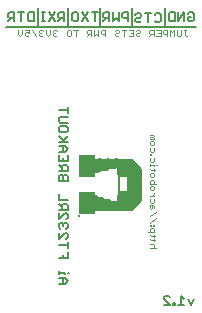
<source format=gbo>
G75*
%MOIN*%
%OFA0B0*%
%FSLAX24Y24*%
%IPPOS*%
%LPD*%
%AMOC8*
5,1,8,0,0,1.08239X$1,22.5*
%
%ADD10C,0.0040*%
%ADD11C,0.0050*%
%ADD12C,0.0060*%
%ADD13R,0.0001X0.0674*%
%ADD14R,0.0001X0.0674*%
%ADD15R,0.0001X0.0687*%
%ADD16R,0.0001X0.0687*%
%ADD17R,0.0001X0.0695*%
%ADD18R,0.0001X0.0694*%
%ADD19R,0.0001X0.0701*%
%ADD20R,0.0001X0.0700*%
%ADD21R,0.0001X0.0705*%
%ADD22R,0.0001X0.0710*%
%ADD23R,0.0001X0.0709*%
%ADD24R,0.0001X0.0713*%
%ADD25R,0.0001X0.0717*%
%ADD26R,0.0001X0.0717*%
%ADD27R,0.0001X0.0720*%
%ADD28R,0.0001X0.0723*%
%ADD29R,0.0001X0.0726*%
%ADD30R,0.0001X0.0725*%
%ADD31R,0.0001X0.0729*%
%ADD32R,0.0001X0.0728*%
%ADD33R,0.0001X0.0731*%
%ADD34R,0.0001X0.0733*%
%ADD35R,0.0001X0.0735*%
%ADD36R,0.0001X0.0737*%
%ADD37R,0.0001X0.0737*%
%ADD38R,0.0001X0.0739*%
%ADD39R,0.0001X0.0741*%
%ADD40R,0.0001X0.0743*%
%ADD41R,0.0001X0.0745*%
%ADD42R,0.0001X0.0744*%
%ADD43R,0.0001X0.0746*%
%ADD44R,0.0001X0.0748*%
%ADD45R,0.0001X0.0747*%
%ADD46R,0.0001X0.0749*%
%ADD47R,0.0001X0.0751*%
%ADD48R,0.0001X0.0750*%
%ADD49R,0.0001X0.0753*%
%ADD50R,0.0001X0.0754*%
%ADD51R,0.0001X0.0755*%
%ADD52R,0.0001X0.0756*%
%ADD53R,0.0001X0.0757*%
%ADD54R,0.0001X0.0757*%
%ADD55R,0.0001X0.0758*%
%ADD56R,0.0001X0.0759*%
%ADD57R,0.0001X0.0761*%
%ADD58R,0.0001X0.0760*%
%ADD59R,0.0001X0.0762*%
%ADD60R,0.0001X0.0763*%
%ADD61R,0.0001X0.0764*%
%ADD62R,0.0001X0.0764*%
%ADD63R,0.0001X0.0765*%
%ADD64R,0.0001X0.0766*%
%ADD65R,0.0001X0.0752*%
%ADD66R,0.0001X0.0747*%
%ADD67R,0.0001X0.0742*%
%ADD68R,0.0001X0.0740*%
%ADD69R,0.0001X0.0738*%
%ADD70R,0.0001X0.0736*%
%ADD71R,0.0001X0.0734*%
%ADD72R,0.0001X0.0732*%
%ADD73R,0.0001X0.0727*%
%ADD74R,0.0001X0.0724*%
%ADD75R,0.0001X0.0721*%
%ADD76R,0.0001X0.0718*%
%ADD77R,0.0001X0.0714*%
%ADD78R,0.0001X0.0711*%
%ADD79R,0.0001X0.0730*%
%ADD80R,0.0001X0.0707*%
%ADD81R,0.0001X0.0702*%
%ADD82R,0.0001X0.0696*%
%ADD83R,0.0001X0.0690*%
%ADD84R,0.0001X0.0680*%
%ADD85R,0.0001X0.0516*%
%ADD86R,0.0001X0.0515*%
%ADD87R,0.0001X0.0514*%
%ADD88R,0.0001X0.0675*%
%ADD89R,0.0001X0.0479*%
%ADD90R,0.0001X0.0513*%
%ADD91R,0.0001X0.0478*%
%ADD92R,0.0001X0.0512*%
%ADD93R,0.0001X0.0511*%
%ADD94R,0.0001X0.0477*%
%ADD95R,0.0001X0.0510*%
%ADD96R,0.0001X0.0476*%
%ADD97R,0.0001X0.0509*%
%ADD98R,0.0001X0.0475*%
%ADD99R,0.0001X0.0508*%
%ADD100R,0.0001X0.0474*%
%ADD101R,0.0001X0.0507*%
%ADD102R,0.0001X0.0506*%
%ADD103R,0.0001X0.0473*%
%ADD104R,0.0001X0.0505*%
%ADD105R,0.0001X0.0472*%
%ADD106R,0.0001X0.0504*%
%ADD107R,0.0001X0.0471*%
%ADD108R,0.0001X0.0503*%
%ADD109R,0.0001X0.0470*%
%ADD110R,0.0001X0.0502*%
%ADD111R,0.0001X0.0469*%
%ADD112R,0.0001X0.0501*%
%ADD113R,0.0001X0.0500*%
%ADD114R,0.0001X0.0468*%
%ADD115R,0.0001X0.0499*%
%ADD116R,0.0001X0.0467*%
%ADD117R,0.0001X0.0498*%
%ADD118R,0.0001X0.0466*%
%ADD119R,0.0001X0.0497*%
%ADD120R,0.0001X0.0465*%
%ADD121R,0.0001X0.0496*%
%ADD122R,0.0001X0.0495*%
%ADD123R,0.0001X0.0464*%
%ADD124R,0.0001X0.0494*%
%ADD125R,0.0001X0.0463*%
%ADD126R,0.0001X0.0493*%
%ADD127R,0.0001X0.0462*%
%ADD128R,0.0001X0.0492*%
%ADD129R,0.0001X0.0461*%
%ADD130R,0.0001X0.0491*%
%ADD131R,0.0001X0.0490*%
%ADD132R,0.0001X0.0460*%
%ADD133R,0.0001X0.0489*%
%ADD134R,0.0001X0.0459*%
%ADD135R,0.0001X0.0488*%
%ADD136R,0.0001X0.0458*%
%ADD137R,0.0001X0.0487*%
%ADD138R,0.0001X0.0457*%
%ADD139R,0.0001X0.0486*%
%ADD140R,0.0001X0.0485*%
%ADD141R,0.0001X0.0456*%
%ADD142R,0.0001X0.0484*%
%ADD143R,0.0001X0.0455*%
%ADD144R,0.0001X0.0483*%
%ADD145R,0.0001X0.0454*%
%ADD146R,0.0001X0.0482*%
%ADD147R,0.0001X0.0453*%
%ADD148R,0.0001X0.0481*%
%ADD149R,0.0001X0.0452*%
%ADD150R,0.0001X0.0480*%
%ADD151R,0.0001X0.0451*%
%ADD152R,0.0001X0.0450*%
%ADD153R,0.0001X0.0449*%
%ADD154R,0.0001X0.0448*%
%ADD155R,0.0001X0.0447*%
%ADD156R,0.0001X0.0446*%
%ADD157R,0.0001X0.0445*%
%ADD158R,0.0001X0.0444*%
%ADD159R,0.0001X0.0443*%
%ADD160R,0.0001X0.0442*%
%ADD161R,0.0001X0.0441*%
%ADD162R,0.0001X0.0440*%
%ADD163R,0.0001X0.0439*%
%ADD164R,0.0001X0.0438*%
%ADD165R,0.0001X0.0437*%
%ADD166R,0.0001X0.0436*%
%ADD167R,0.0001X0.0435*%
%ADD168R,0.0001X0.0434*%
%ADD169R,0.0001X0.0433*%
%ADD170R,0.0001X0.0432*%
%ADD171R,0.0001X0.0431*%
%ADD172R,0.0001X0.0430*%
%ADD173R,0.0001X0.0429*%
%ADD174R,0.0001X0.0428*%
%ADD175R,0.0001X0.0427*%
%ADD176R,0.0001X0.0426*%
%ADD177R,0.0001X0.0425*%
%ADD178R,0.0001X0.0424*%
%ADD179R,0.0001X0.0423*%
%ADD180R,0.0001X0.0422*%
%ADD181R,0.0001X0.0421*%
%ADD182R,0.0001X0.0420*%
%ADD183R,0.0001X0.0419*%
%ADD184R,0.0001X0.0418*%
%ADD185R,0.0001X0.0417*%
%ADD186R,0.0001X0.0416*%
%ADD187R,0.0001X0.0415*%
%ADD188R,0.0001X0.0414*%
%ADD189R,0.0001X0.0413*%
%ADD190R,0.0001X0.0412*%
%ADD191R,0.0001X0.0411*%
%ADD192R,0.0001X0.0410*%
%ADD193R,0.0001X0.0409*%
%ADD194R,0.0001X0.0408*%
%ADD195R,0.0001X0.0407*%
%ADD196R,0.0001X0.0406*%
%ADD197R,0.0001X0.0405*%
%ADD198R,0.0001X0.0404*%
%ADD199R,0.0001X0.0403*%
%ADD200R,0.0001X0.0402*%
%ADD201R,0.0001X0.0401*%
%ADD202R,0.0001X0.0400*%
%ADD203R,0.0001X0.0399*%
%ADD204R,0.0001X0.0398*%
%ADD205R,0.0001X0.0397*%
%ADD206R,0.0001X0.0396*%
%ADD207R,0.0001X0.0395*%
%ADD208R,0.0001X0.0394*%
%ADD209R,0.0001X0.0393*%
%ADD210R,0.0001X0.0392*%
%ADD211R,0.0001X0.0391*%
%ADD212R,0.0001X0.0390*%
%ADD213R,0.0001X0.0389*%
%ADD214R,0.0001X0.0388*%
%ADD215R,0.0001X0.0387*%
%ADD216R,0.0001X0.0386*%
%ADD217R,0.0001X0.0385*%
%ADD218R,0.0001X0.0384*%
%ADD219R,0.0001X0.0383*%
%ADD220R,0.0001X0.0382*%
%ADD221R,0.0001X0.0381*%
%ADD222R,0.0001X0.0380*%
%ADD223R,0.0001X0.0379*%
%ADD224R,0.0001X0.0378*%
%ADD225R,0.0001X0.0377*%
%ADD226R,0.0001X0.0376*%
%ADD227R,0.0001X0.0375*%
%ADD228R,0.0001X0.0374*%
%ADD229R,0.0001X0.0373*%
%ADD230R,0.0001X0.0372*%
%ADD231R,0.0001X0.0371*%
%ADD232R,0.0001X0.0370*%
%ADD233R,0.0001X0.0369*%
%ADD234R,0.0001X0.0368*%
%ADD235R,0.0001X0.0367*%
%ADD236R,0.0001X0.0366*%
%ADD237R,0.0001X0.0365*%
%ADD238R,0.0001X0.0364*%
%ADD239R,0.0001X0.0363*%
%ADD240R,0.0001X0.0362*%
%ADD241R,0.0001X0.0361*%
%ADD242R,0.0001X0.0360*%
%ADD243R,0.0001X0.0359*%
%ADD244R,0.0001X0.0358*%
%ADD245R,0.0001X0.0357*%
%ADD246R,0.0001X0.0356*%
%ADD247R,0.0001X0.0355*%
%ADD248R,0.0001X0.0354*%
%ADD249R,0.0001X0.0353*%
%ADD250R,0.0001X0.0352*%
%ADD251R,0.0001X0.0351*%
%ADD252R,0.0001X0.0350*%
%ADD253R,0.0001X0.0349*%
%ADD254R,0.0001X0.0348*%
%ADD255R,0.0001X0.0347*%
%ADD256R,0.0001X0.0346*%
%ADD257R,0.0001X0.0345*%
%ADD258R,0.0001X0.0344*%
%ADD259R,0.0001X0.0343*%
%ADD260R,0.0001X0.0342*%
%ADD261R,0.0001X0.0341*%
%ADD262R,0.0001X0.0340*%
%ADD263R,0.0001X0.0339*%
%ADD264R,0.0001X0.0338*%
%ADD265R,0.0001X0.0337*%
%ADD266R,0.0001X0.0336*%
%ADD267R,0.0001X0.0335*%
%ADD268R,0.0001X0.0334*%
%ADD269R,0.0001X0.0333*%
%ADD270R,0.0001X0.0332*%
%ADD271R,0.0001X0.0331*%
%ADD272R,0.0001X0.0330*%
%ADD273R,0.0001X0.0329*%
%ADD274R,0.0001X0.0328*%
%ADD275R,0.0001X0.0327*%
%ADD276R,0.0001X0.0326*%
%ADD277R,0.0001X0.0325*%
%ADD278R,0.0001X0.0324*%
%ADD279R,0.0001X0.0323*%
%ADD280R,0.0001X0.0322*%
%ADD281R,0.0001X0.0321*%
%ADD282R,0.0001X0.0320*%
%ADD283R,0.0001X0.0319*%
%ADD284R,0.0001X0.0318*%
%ADD285R,0.0001X0.0317*%
%ADD286R,0.0001X0.0316*%
%ADD287R,0.0001X0.0315*%
%ADD288R,0.0001X0.0314*%
%ADD289R,0.0001X0.0313*%
%ADD290R,0.0001X0.0312*%
%ADD291R,0.0001X0.0311*%
%ADD292R,0.0001X0.0310*%
%ADD293R,0.0001X0.0309*%
%ADD294R,0.0001X0.0308*%
%ADD295R,0.0001X0.0307*%
%ADD296R,0.0001X0.0306*%
%ADD297R,0.0001X0.0305*%
%ADD298R,0.0001X0.0304*%
%ADD299R,0.0001X0.0303*%
%ADD300R,0.0001X0.0302*%
%ADD301R,0.0001X0.0301*%
%ADD302R,0.0001X0.0300*%
%ADD303R,0.0001X0.0299*%
%ADD304R,0.0001X0.0298*%
%ADD305R,0.0001X0.0297*%
%ADD306R,0.0001X0.0296*%
%ADD307R,0.0001X0.0519*%
%ADD308R,0.0001X0.1736*%
%ADD309R,0.0001X0.0643*%
%ADD310R,0.0001X0.0611*%
%ADD311R,0.0001X0.1735*%
%ADD312R,0.0001X0.1734*%
%ADD313R,0.0001X0.1733*%
%ADD314R,0.0001X0.1732*%
%ADD315R,0.0001X0.1731*%
%ADD316R,0.0001X0.1730*%
%ADD317R,0.0001X0.1729*%
%ADD318R,0.0001X0.1728*%
%ADD319R,0.0001X0.1727*%
%ADD320R,0.0001X0.1726*%
%ADD321R,0.0001X0.1725*%
%ADD322R,0.0001X0.1724*%
%ADD323R,0.0001X0.1723*%
%ADD324R,0.0001X0.1722*%
%ADD325R,0.0001X0.1720*%
%ADD326R,0.0001X0.1718*%
%ADD327R,0.0001X0.1716*%
%ADD328R,0.0001X0.1714*%
%ADD329R,0.0001X0.1712*%
%ADD330R,0.0001X0.1711*%
%ADD331R,0.0001X0.1710*%
%ADD332R,0.0001X0.1709*%
%ADD333R,0.0001X0.1708*%
%ADD334R,0.0001X0.1707*%
%ADD335R,0.0001X0.1706*%
%ADD336R,0.0001X0.1705*%
%ADD337R,0.0001X0.1704*%
%ADD338R,0.0001X0.1703*%
%ADD339R,0.0001X0.1702*%
%ADD340R,0.0001X0.1701*%
%ADD341R,0.0001X0.1700*%
%ADD342R,0.0001X0.1699*%
%ADD343R,0.0001X0.1698*%
%ADD344R,0.0001X0.1697*%
%ADD345R,0.0001X0.1696*%
%ADD346R,0.0001X0.1695*%
%ADD347R,0.0001X0.1694*%
%ADD348R,0.0001X0.1693*%
%ADD349R,0.0001X0.1692*%
%ADD350R,0.0001X0.1691*%
%ADD351R,0.0001X0.1690*%
%ADD352R,0.0001X0.1689*%
%ADD353R,0.0001X0.1687*%
%ADD354R,0.0001X0.1685*%
%ADD355R,0.0001X0.1682*%
%ADD356R,0.0001X0.1680*%
%ADD357R,0.0001X0.1678*%
%ADD358R,0.0001X0.1676*%
%ADD359R,0.0001X0.1674*%
%ADD360R,0.0001X0.1672*%
%ADD361R,0.0001X0.1670*%
%ADD362R,0.0001X0.1668*%
%ADD363R,0.0001X0.1666*%
%ADD364R,0.0001X0.1664*%
%ADD365R,0.0001X0.1662*%
%ADD366R,0.0001X0.1660*%
%ADD367R,0.0001X0.1658*%
%ADD368R,0.0001X0.1656*%
%ADD369R,0.0001X0.1654*%
%ADD370R,0.0001X0.1652*%
%ADD371R,0.0001X0.1650*%
%ADD372R,0.0001X0.1648*%
%ADD373R,0.0001X0.1646*%
%ADD374R,0.0001X0.1644*%
%ADD375R,0.0001X0.1642*%
%ADD376R,0.0001X0.1640*%
%ADD377R,0.0001X0.1638*%
%ADD378R,0.0001X0.1636*%
%ADD379R,0.0001X0.1634*%
%ADD380R,0.0001X0.1632*%
%ADD381R,0.0001X0.1630*%
%ADD382R,0.0001X0.1628*%
%ADD383R,0.0001X0.1626*%
%ADD384R,0.0001X0.1624*%
%ADD385R,0.0001X0.1622*%
%ADD386R,0.0001X0.1620*%
%ADD387R,0.0001X0.1617*%
%ADD388R,0.0001X0.1615*%
%ADD389R,0.0001X0.1613*%
%ADD390R,0.0001X0.1611*%
%ADD391R,0.0001X0.1609*%
%ADD392R,0.0001X0.1607*%
%ADD393R,0.0001X0.1605*%
%ADD394R,0.0001X0.1603*%
%ADD395R,0.0001X0.1601*%
%ADD396R,0.0001X0.1599*%
%ADD397R,0.0001X0.1597*%
%ADD398R,0.0001X0.1595*%
%ADD399R,0.0001X0.1593*%
%ADD400R,0.0001X0.1591*%
%ADD401R,0.0001X0.1589*%
%ADD402R,0.0001X0.1587*%
%ADD403R,0.0001X0.1585*%
%ADD404R,0.0001X0.1582*%
%ADD405R,0.0001X0.1580*%
%ADD406R,0.0001X0.1578*%
%ADD407R,0.0001X0.1576*%
%ADD408R,0.0001X0.1574*%
%ADD409R,0.0001X0.1572*%
%ADD410R,0.0001X0.1570*%
%ADD411R,0.0001X0.1568*%
%ADD412R,0.0001X0.1566*%
%ADD413R,0.0001X0.1564*%
%ADD414R,0.0001X0.1562*%
%ADD415R,0.0001X0.1560*%
%ADD416R,0.0001X0.1558*%
%ADD417R,0.0001X0.1556*%
%ADD418R,0.0001X0.1554*%
%ADD419R,0.0001X0.1552*%
%ADD420R,0.0001X0.1550*%
%ADD421R,0.0001X0.1548*%
%ADD422R,0.0001X0.1546*%
%ADD423R,0.0001X0.1544*%
%ADD424R,0.0001X0.1542*%
%ADD425R,0.0001X0.1540*%
%ADD426R,0.0001X0.1538*%
%ADD427R,0.0001X0.1536*%
%ADD428R,0.0001X0.1534*%
%ADD429R,0.0001X0.1532*%
%ADD430R,0.0001X0.1530*%
%ADD431R,0.0001X0.1528*%
%ADD432R,0.0001X0.1526*%
%ADD433R,0.0001X0.1524*%
%ADD434R,0.0001X0.1522*%
%ADD435R,0.0001X0.1520*%
%ADD436R,0.0001X0.1517*%
%ADD437R,0.0001X0.1515*%
%ADD438R,0.0001X0.1513*%
%ADD439R,0.0001X0.1511*%
%ADD440R,0.0001X0.1509*%
%ADD441R,0.0001X0.1507*%
%ADD442R,0.0001X0.1505*%
%ADD443R,0.0001X0.1503*%
%ADD444R,0.0001X0.1501*%
%ADD445R,0.0001X0.1499*%
%ADD446R,0.0001X0.1497*%
%ADD447R,0.0001X0.1495*%
%ADD448R,0.0001X0.1493*%
%ADD449R,0.0001X0.1491*%
%ADD450R,0.0001X0.1489*%
%ADD451R,0.0001X0.1487*%
%ADD452R,0.0001X0.1485*%
%ADD453R,0.0001X0.1482*%
%ADD454R,0.0001X0.1480*%
%ADD455R,0.0001X0.1478*%
%ADD456R,0.0001X0.1476*%
%ADD457R,0.0001X0.1474*%
%ADD458R,0.0001X0.1472*%
%ADD459R,0.0001X0.1470*%
%ADD460R,0.0001X0.1468*%
%ADD461R,0.0001X0.1466*%
%ADD462R,0.0001X0.1464*%
%ADD463R,0.0001X0.1462*%
%ADD464R,0.0001X0.1460*%
%ADD465R,0.0001X0.1458*%
%ADD466R,0.0001X0.1456*%
%ADD467R,0.0001X0.1454*%
%ADD468R,0.0001X0.1452*%
%ADD469R,0.0001X0.1450*%
%ADD470R,0.0001X0.1448*%
%ADD471R,0.0001X0.1446*%
%ADD472R,0.0001X0.1444*%
%ADD473R,0.0001X0.1442*%
%ADD474R,0.0001X0.1440*%
%ADD475R,0.0001X0.1438*%
%ADD476R,0.0001X0.1436*%
%ADD477R,0.0001X0.1434*%
%ADD478R,0.0001X0.1432*%
%ADD479R,0.0001X0.1430*%
%ADD480R,0.0001X0.1428*%
%ADD481R,0.0001X0.1426*%
%ADD482R,0.0001X0.1424*%
%ADD483R,0.0001X0.1422*%
%ADD484R,0.0001X0.1420*%
%ADD485R,0.0001X0.1418*%
%ADD486R,0.0001X0.1415*%
%ADD487R,0.0001X0.1413*%
%ADD488R,0.0001X0.1411*%
%ADD489R,0.0001X0.1409*%
%ADD490R,0.0001X0.1407*%
%ADD491R,0.0001X0.1405*%
%ADD492R,0.0001X0.1403*%
%ADD493R,0.0001X0.1401*%
%ADD494R,0.0001X0.1399*%
%ADD495R,0.0001X0.1397*%
%ADD496R,0.0001X0.1395*%
%ADD497R,0.0001X0.1393*%
%ADD498R,0.0001X0.1391*%
%ADD499R,0.0001X0.1389*%
%ADD500R,0.0001X0.1387*%
%ADD501R,0.0001X0.1384*%
%ADD502R,0.0001X0.1382*%
%ADD503R,0.0001X0.1380*%
%ADD504R,0.0001X0.1378*%
%ADD505R,0.0001X0.1376*%
%ADD506R,0.0001X0.1374*%
%ADD507R,0.0001X0.1372*%
%ADD508R,0.0001X0.1370*%
%ADD509R,0.0001X0.1368*%
%ADD510R,0.0001X0.1366*%
%ADD511R,0.0001X0.1364*%
%ADD512R,0.0001X0.1362*%
%ADD513R,0.0001X0.1360*%
%ADD514R,0.0001X0.1358*%
%ADD515R,0.0001X0.1356*%
%ADD516R,0.0001X0.1354*%
%ADD517R,0.0001X0.1352*%
%ADD518R,0.0001X0.1350*%
%ADD519R,0.0001X0.1348*%
%ADD520R,0.0001X0.1346*%
%ADD521R,0.0001X0.1344*%
%ADD522R,0.0001X0.1342*%
%ADD523R,0.0001X0.1340*%
%ADD524R,0.0001X0.1338*%
%ADD525R,0.0001X0.1336*%
%ADD526R,0.0001X0.1334*%
%ADD527R,0.0001X0.1332*%
%ADD528R,0.0001X0.1330*%
%ADD529R,0.0001X0.1328*%
%ADD530R,0.0001X0.1326*%
%ADD531R,0.0001X0.1324*%
%ADD532R,0.0001X0.1322*%
%ADD533R,0.0001X0.1320*%
%ADD534R,0.0001X0.1318*%
%ADD535R,0.0001X0.1315*%
%ADD536R,0.0001X0.1313*%
%ADD537R,0.0001X0.1311*%
%ADD538R,0.0001X0.1309*%
%ADD539R,0.0001X0.1307*%
%ADD540R,0.0001X0.1305*%
%ADD541R,0.0001X0.1303*%
%ADD542R,0.0001X0.1301*%
%ADD543R,0.0001X0.1299*%
%ADD544R,0.0001X0.1297*%
%ADD545R,0.0001X0.1295*%
%ADD546R,0.0001X0.1293*%
%ADD547R,0.0001X0.1291*%
%ADD548R,0.0001X0.1289*%
%ADD549R,0.0001X0.1287*%
%ADD550R,0.0001X0.1284*%
%ADD551R,0.0001X0.1282*%
%ADD552R,0.0001X0.1280*%
%ADD553R,0.0001X0.1278*%
%ADD554R,0.0001X0.1276*%
%ADD555R,0.0001X0.1274*%
%ADD556R,0.0001X0.1272*%
%ADD557R,0.0001X0.1270*%
%ADD558R,0.0001X0.1268*%
%ADD559R,0.0001X0.1266*%
%ADD560R,0.0001X0.1264*%
%ADD561R,0.0001X0.1262*%
%ADD562R,0.0001X0.1260*%
%ADD563R,0.0001X0.1258*%
%ADD564R,0.0001X0.1256*%
%ADD565R,0.0001X0.1254*%
%ADD566R,0.0001X0.1252*%
%ADD567R,0.0001X0.1250*%
%ADD568R,0.0001X0.1248*%
%ADD569R,0.0001X0.1246*%
%ADD570R,0.0001X0.1244*%
%ADD571R,0.0001X0.1242*%
%ADD572R,0.0001X0.1240*%
%ADD573R,0.0001X0.1238*%
%ADD574R,0.0001X0.1236*%
%ADD575R,0.0001X0.1234*%
%ADD576R,0.0001X0.1232*%
%ADD577R,0.0001X0.1230*%
%ADD578R,0.0001X0.1228*%
%ADD579R,0.0001X0.1226*%
%ADD580R,0.0001X0.1224*%
%ADD581R,0.0001X0.1222*%
%ADD582R,0.0001X0.1220*%
%ADD583R,0.0001X0.1218*%
%ADD584R,0.0001X0.1215*%
%ADD585R,0.0001X0.1213*%
%ADD586R,0.0001X0.1211*%
%ADD587R,0.0001X0.1209*%
%ADD588R,0.0001X0.1207*%
%ADD589R,0.0001X0.1205*%
%ADD590R,0.0001X0.1203*%
%ADD591R,0.0001X0.1201*%
%ADD592R,0.0001X0.1199*%
%ADD593R,0.0001X0.1197*%
%ADD594R,0.0001X0.1195*%
%ADD595R,0.0001X0.1193*%
%ADD596R,0.0001X0.1191*%
%ADD597R,0.0001X0.1189*%
%ADD598R,0.0001X0.1187*%
%ADD599R,0.0001X0.1184*%
%ADD600R,0.0001X0.1182*%
%ADD601R,0.0001X0.1180*%
%ADD602R,0.0001X0.1178*%
%ADD603R,0.0001X0.1176*%
%ADD604R,0.0001X0.1174*%
%ADD605R,0.0001X0.1172*%
%ADD606R,0.0001X0.1170*%
%ADD607R,0.0001X0.1168*%
%ADD608R,0.0001X0.1166*%
%ADD609R,0.0001X0.1164*%
%ADD610R,0.0001X0.1162*%
%ADD611R,0.0001X0.1160*%
%ADD612R,0.0001X0.1158*%
%ADD613R,0.0001X0.1156*%
%ADD614R,0.0001X0.1154*%
%ADD615R,0.0001X0.1152*%
%ADD616R,0.0001X0.1150*%
%ADD617R,0.0001X0.1148*%
%ADD618R,0.0001X0.1146*%
%ADD619R,0.0001X0.1142*%
%ADD620R,0.0001X0.1136*%
%ADD621R,0.0001X0.1131*%
%ADD622R,0.0001X0.1126*%
%ADD623R,0.0001X0.1120*%
%ADD624R,0.0001X0.1114*%
%ADD625R,0.0001X0.1108*%
%ADD626R,0.0001X0.1102*%
%ADD627R,0.0001X0.1095*%
%ADD628R,0.0001X0.1089*%
%ADD629R,0.0001X0.1083*%
%ADD630R,0.0001X0.1075*%
%ADD631R,0.0001X0.1067*%
%ADD632R,0.0001X0.1060*%
%ADD633R,0.0001X0.1052*%
%ADD634R,0.0001X0.1044*%
%ADD635R,0.0001X0.1036*%
%ADD636R,0.0001X0.1026*%
%ADD637R,0.0001X0.1016*%
%ADD638R,0.0001X0.1005*%
%ADD639R,0.0001X0.0993*%
%ADD640R,0.0001X0.0977*%
%ADD641R,0.0001X0.0954*%
%ADD642C,0.0000*%
D10*
X005049Y002648D02*
X005249Y002648D01*
X005183Y002682D02*
X005183Y002748D01*
X005149Y002782D01*
X005049Y002782D01*
X005082Y002903D02*
X005049Y002936D01*
X005082Y002903D02*
X005216Y002903D01*
X005183Y002936D02*
X005183Y002869D01*
X005183Y003017D02*
X005183Y003083D01*
X005216Y003050D02*
X005082Y003050D01*
X005049Y003083D01*
X005049Y003164D02*
X005049Y003264D01*
X005082Y003297D01*
X005149Y003297D01*
X005183Y003264D01*
X005183Y003164D01*
X004982Y003164D01*
X005049Y003385D02*
X005082Y003385D01*
X005082Y003418D01*
X005049Y003418D01*
X005049Y003385D01*
X005149Y003385D02*
X005183Y003385D01*
X005183Y003418D01*
X005149Y003418D01*
X005149Y003385D01*
X005049Y003495D02*
X005249Y003629D01*
X005049Y003716D02*
X005249Y003850D01*
X005183Y003971D02*
X005183Y004038D01*
X005149Y004071D01*
X005049Y004071D01*
X005049Y003971D01*
X005082Y003937D01*
X005116Y003971D01*
X005116Y004071D01*
X005149Y004158D02*
X005082Y004158D01*
X005049Y004192D01*
X005049Y004292D01*
X005049Y004379D02*
X005183Y004379D01*
X005183Y004446D02*
X005183Y004479D01*
X005183Y004446D02*
X005116Y004379D01*
X005183Y004292D02*
X005183Y004192D01*
X005149Y004158D01*
X005149Y004564D02*
X005082Y004564D01*
X005049Y004597D01*
X005049Y004664D01*
X005082Y004697D01*
X005149Y004697D01*
X005183Y004664D01*
X005183Y004597D01*
X005149Y004564D01*
X005183Y004785D02*
X005183Y004885D01*
X005149Y004918D01*
X005082Y004918D01*
X005049Y004885D01*
X005049Y004785D01*
X005249Y004785D01*
X005149Y005006D02*
X005082Y005006D01*
X005049Y005039D01*
X005049Y005106D01*
X005082Y005139D01*
X005149Y005139D01*
X005183Y005106D01*
X005183Y005039D01*
X005149Y005006D01*
X005183Y005227D02*
X005183Y005293D01*
X005216Y005260D02*
X005082Y005260D01*
X005049Y005293D01*
X005049Y005374D02*
X005049Y005441D01*
X005049Y005407D02*
X005183Y005407D01*
X005183Y005374D01*
X005249Y005407D02*
X005283Y005407D01*
X005149Y005521D02*
X005183Y005555D01*
X005183Y005655D01*
X005082Y005742D02*
X005082Y005776D01*
X005049Y005776D01*
X005049Y005742D01*
X005082Y005742D01*
X005049Y005655D02*
X005049Y005555D01*
X005082Y005521D01*
X005149Y005521D01*
X005149Y005853D02*
X005082Y005853D01*
X005049Y005886D01*
X005049Y005986D01*
X005082Y006074D02*
X005049Y006107D01*
X005049Y006174D01*
X005082Y006207D01*
X005149Y006207D01*
X005183Y006174D01*
X005183Y006107D01*
X005149Y006074D01*
X005082Y006074D01*
X005183Y005986D02*
X005183Y005886D01*
X005149Y005853D01*
X005183Y006295D02*
X005049Y006295D01*
X005049Y006361D02*
X005149Y006361D01*
X005183Y006395D01*
X005149Y006428D01*
X005049Y006428D01*
X005149Y006361D02*
X005183Y006328D01*
X005183Y006295D01*
X005158Y009698D02*
X005158Y009908D01*
X005052Y009908D01*
X005017Y009873D01*
X005017Y009803D01*
X005052Y009768D01*
X005158Y009768D01*
X005087Y009768D02*
X005017Y009698D01*
X005248Y009698D02*
X005388Y009698D01*
X005388Y009908D01*
X005248Y009908D01*
X005318Y009803D02*
X005388Y009803D01*
X005478Y009803D02*
X005513Y009768D01*
X005618Y009768D01*
X005618Y009698D02*
X005618Y009908D01*
X005513Y009908D01*
X005478Y009873D01*
X005478Y009803D01*
X005708Y009908D02*
X005708Y009698D01*
X005848Y009698D02*
X005848Y009908D01*
X005778Y009838D01*
X005708Y009908D01*
X005938Y009908D02*
X005938Y009733D01*
X005973Y009698D01*
X006043Y009698D01*
X006078Y009733D01*
X006078Y009908D01*
X006168Y009908D02*
X006238Y009908D01*
X006203Y009908D02*
X006203Y009733D01*
X006238Y009698D01*
X006273Y009698D01*
X006308Y009733D01*
X004697Y009733D02*
X004662Y009698D01*
X004592Y009698D01*
X004557Y009733D01*
X004557Y009768D01*
X004592Y009803D01*
X004662Y009803D01*
X004697Y009838D01*
X004697Y009873D01*
X004662Y009908D01*
X004592Y009908D01*
X004557Y009873D01*
X004467Y009908D02*
X004467Y009698D01*
X004327Y009698D01*
X004397Y009803D02*
X004467Y009803D01*
X004467Y009908D02*
X004327Y009908D01*
X004237Y009908D02*
X004097Y009908D01*
X004167Y009908D02*
X004167Y009698D01*
X004007Y009733D02*
X003972Y009698D01*
X003901Y009698D01*
X003866Y009733D01*
X003866Y009768D01*
X003901Y009803D01*
X003972Y009803D01*
X004007Y009838D01*
X004007Y009873D01*
X003972Y009908D01*
X003901Y009908D01*
X003866Y009873D01*
X003546Y009908D02*
X003546Y009698D01*
X003546Y009768D02*
X003441Y009768D01*
X003406Y009803D01*
X003406Y009873D01*
X003441Y009908D01*
X003546Y009908D01*
X003316Y009908D02*
X003316Y009698D01*
X003246Y009768D01*
X003176Y009698D01*
X003176Y009908D01*
X003086Y009908D02*
X002981Y009908D01*
X002946Y009873D01*
X002946Y009803D01*
X002981Y009768D01*
X003086Y009768D01*
X003016Y009768D02*
X002946Y009698D01*
X003086Y009698D02*
X003086Y009908D01*
X002625Y009908D02*
X002485Y009908D01*
X002555Y009908D02*
X002555Y009698D01*
X002395Y009733D02*
X002360Y009698D01*
X002290Y009698D01*
X002255Y009733D01*
X002255Y009873D01*
X002290Y009908D01*
X002360Y009908D01*
X002395Y009873D01*
X002395Y009733D01*
X001935Y009733D02*
X001900Y009698D01*
X001830Y009698D01*
X001795Y009733D01*
X001795Y009768D01*
X001830Y009803D01*
X001865Y009803D01*
X001830Y009803D02*
X001795Y009838D01*
X001795Y009873D01*
X001830Y009908D01*
X001900Y009908D01*
X001935Y009873D01*
X001705Y009908D02*
X001705Y009768D01*
X001635Y009698D01*
X001564Y009768D01*
X001564Y009908D01*
X001474Y009873D02*
X001439Y009908D01*
X001369Y009908D01*
X001334Y009873D01*
X001334Y009838D01*
X001369Y009803D01*
X001334Y009768D01*
X001334Y009733D01*
X001369Y009698D01*
X001439Y009698D01*
X001474Y009733D01*
X001404Y009803D02*
X001369Y009803D01*
X001244Y009698D02*
X001104Y009908D01*
X001014Y009908D02*
X001014Y009803D01*
X000944Y009838D01*
X000909Y009838D01*
X000874Y009803D01*
X000874Y009733D01*
X000909Y009698D01*
X000979Y009698D01*
X001014Y009733D01*
X001014Y009908D02*
X000874Y009908D01*
X000784Y009908D02*
X000784Y009768D01*
X000714Y009698D01*
X000644Y009768D01*
X000644Y009908D01*
X005183Y002682D02*
X005149Y002648D01*
D11*
X002204Y001453D02*
X002004Y001453D01*
X002154Y001453D02*
X002154Y001654D01*
X002204Y001654D02*
X002004Y001654D01*
X002004Y001776D02*
X002004Y001876D01*
X002004Y001826D02*
X002204Y001826D01*
X002204Y001776D01*
X002304Y001826D02*
X002354Y001826D01*
X002204Y001654D02*
X002304Y001553D01*
X002204Y001453D01*
X002154Y002313D02*
X002154Y002413D01*
X002004Y002313D02*
X002304Y002313D01*
X002304Y002513D01*
X002304Y002635D02*
X002304Y002835D01*
X002304Y002735D02*
X002004Y002735D01*
X002004Y002957D02*
X002204Y003157D01*
X002254Y003157D01*
X002304Y003107D01*
X002304Y003007D01*
X002254Y002957D01*
X002004Y002957D02*
X002004Y003157D01*
X002054Y003280D02*
X002004Y003330D01*
X002004Y003430D01*
X002054Y003480D01*
X002104Y003480D01*
X002154Y003430D01*
X002154Y003380D01*
X002154Y003430D02*
X002204Y003480D01*
X002254Y003480D01*
X002304Y003430D01*
X002304Y003330D01*
X002254Y003280D01*
X002254Y003602D02*
X002304Y003652D01*
X002304Y003752D01*
X002254Y003802D01*
X002204Y003802D01*
X002004Y003602D01*
X002004Y003802D01*
X002004Y003924D02*
X002304Y003924D01*
X002304Y004074D01*
X002254Y004124D01*
X002154Y004124D01*
X002104Y004074D01*
X002104Y003924D01*
X002104Y004024D02*
X002004Y004124D01*
X002004Y004246D02*
X002004Y004447D01*
X002004Y004246D02*
X002304Y004246D01*
X002304Y004891D02*
X002004Y004891D01*
X002004Y005041D01*
X002054Y005091D01*
X002104Y005091D01*
X002154Y005041D01*
X002154Y004891D01*
X002154Y005041D02*
X002204Y005091D01*
X002254Y005091D01*
X002304Y005041D01*
X002304Y004891D01*
X002304Y005213D02*
X002004Y005213D01*
X002104Y005213D02*
X002104Y005363D01*
X002154Y005413D01*
X002254Y005413D01*
X002304Y005363D01*
X002304Y005213D01*
X002104Y005313D02*
X002004Y005413D01*
X002004Y005535D02*
X002004Y005736D01*
X002154Y005636D02*
X002154Y005535D01*
X002304Y005535D02*
X002004Y005535D01*
X002304Y005535D02*
X002304Y005736D01*
X002204Y005858D02*
X002304Y005958D01*
X002204Y006058D01*
X002004Y006058D01*
X002004Y006180D02*
X002304Y006180D01*
X002154Y006230D02*
X002004Y006380D01*
X002054Y006502D02*
X002004Y006552D01*
X002004Y006652D01*
X002054Y006702D01*
X002254Y006702D01*
X002304Y006652D01*
X002304Y006552D01*
X002254Y006502D01*
X002054Y006502D01*
X002304Y006380D02*
X002104Y006180D01*
X002154Y006058D02*
X002154Y005858D01*
X002204Y005858D02*
X002004Y005858D01*
X002054Y006825D02*
X002004Y006875D01*
X002004Y006975D01*
X002054Y007025D01*
X002304Y007025D01*
X002304Y007147D02*
X002304Y007347D01*
X002304Y007247D02*
X002004Y007247D01*
X002054Y006825D02*
X002304Y006825D01*
X004594Y010178D02*
X004694Y010178D01*
X004744Y010228D01*
X004694Y010328D02*
X004594Y010328D01*
X004544Y010278D01*
X004544Y010228D01*
X004594Y010178D01*
X004694Y010328D02*
X004744Y010378D01*
X004744Y010428D01*
X004694Y010478D01*
X004594Y010478D01*
X004544Y010428D01*
X004318Y010503D02*
X004318Y010203D01*
X004318Y010303D02*
X004168Y010303D01*
X004118Y010353D01*
X004118Y010453D01*
X004168Y010503D01*
X004318Y010503D01*
X003996Y010503D02*
X003996Y010203D01*
X003896Y010303D01*
X003796Y010203D01*
X003796Y010503D01*
X003674Y010503D02*
X003524Y010503D01*
X003474Y010453D01*
X003474Y010353D01*
X003524Y010303D01*
X003674Y010303D01*
X003574Y010303D02*
X003474Y010203D01*
X003674Y010203D02*
X003674Y010503D01*
X003298Y010503D02*
X003098Y010503D01*
X003198Y010503D02*
X003198Y010203D01*
X002976Y010203D02*
X002776Y010503D01*
X002654Y010453D02*
X002654Y010253D01*
X002604Y010203D01*
X002504Y010203D01*
X002454Y010253D01*
X002454Y010453D01*
X002504Y010503D01*
X002604Y010503D01*
X002654Y010453D01*
X002776Y010203D02*
X002976Y010503D01*
X002178Y010503D02*
X002178Y010203D01*
X002178Y010303D02*
X002028Y010303D01*
X001978Y010353D01*
X001978Y010453D01*
X002028Y010503D01*
X002178Y010503D01*
X002078Y010303D02*
X001978Y010203D01*
X001856Y010203D02*
X001656Y010503D01*
X001856Y010503D02*
X001656Y010203D01*
X001534Y010203D02*
X001434Y010203D01*
X001484Y010203D02*
X001484Y010503D01*
X001534Y010503D02*
X001434Y010503D01*
X001158Y010503D02*
X001158Y010203D01*
X001008Y010203D01*
X000958Y010253D01*
X000958Y010453D01*
X001008Y010503D01*
X001158Y010503D01*
X000836Y010503D02*
X000636Y010503D01*
X000736Y010503D02*
X000736Y010203D01*
X000514Y010203D02*
X000514Y010503D01*
X000364Y010503D01*
X000314Y010453D01*
X000314Y010353D01*
X000364Y010303D01*
X000514Y010303D01*
X000414Y010303D02*
X000314Y010203D01*
X004866Y010478D02*
X005066Y010478D01*
X004966Y010478D02*
X004966Y010178D01*
X005188Y010228D02*
X005238Y010178D01*
X005338Y010178D01*
X005388Y010228D01*
X005388Y010428D01*
X005338Y010478D01*
X005238Y010478D01*
X005188Y010428D01*
X005659Y010453D02*
X005659Y010253D01*
X005709Y010203D01*
X005859Y010203D01*
X005859Y010503D01*
X005709Y010503D01*
X005659Y010453D01*
X005981Y010503D02*
X005981Y010203D01*
X006181Y010503D01*
X006181Y010203D01*
X006303Y010253D02*
X006303Y010353D01*
X006403Y010353D01*
X006303Y010453D02*
X006353Y010503D01*
X006453Y010503D01*
X006503Y010453D01*
X006503Y010253D01*
X006453Y010203D01*
X006353Y010203D01*
X006303Y010253D01*
X006084Y001053D02*
X006084Y000753D01*
X006184Y000753D02*
X005984Y000753D01*
X005862Y000753D02*
X005862Y000803D01*
X005812Y000803D01*
X005812Y000753D01*
X005862Y000753D01*
X005701Y000753D02*
X005501Y000953D01*
X005501Y001003D01*
X005551Y001053D01*
X005651Y001053D01*
X005701Y001003D01*
X005701Y000753D02*
X005501Y000753D01*
X006084Y001053D02*
X006184Y000953D01*
X006306Y000953D02*
X006406Y000753D01*
X006506Y000953D01*
D12*
X006578Y010028D02*
X005523Y010028D01*
X005523Y010653D01*
X005523Y010028D02*
X004448Y010028D01*
X004448Y010653D01*
X004448Y010028D02*
X003378Y010028D01*
X003378Y010653D01*
X003378Y010028D02*
X002298Y010028D01*
X002298Y010653D01*
X002298Y010028D02*
X001308Y010028D01*
X001308Y010653D01*
X001308Y010028D02*
X000228Y010028D01*
D13*
X002708Y004138D03*
D14*
X002708Y005372D03*
D15*
X002709Y004139D03*
D16*
X002709Y005372D03*
X003213Y005372D03*
D17*
X002710Y004139D03*
D18*
X002710Y005372D03*
X003212Y005372D03*
D19*
X002711Y004139D03*
D20*
X002711Y005372D03*
X003211Y005372D03*
D21*
X003210Y005372D03*
X002712Y005372D03*
X002712Y004139D03*
D22*
X002713Y004138D03*
D23*
X002713Y005372D03*
X003209Y005372D03*
D24*
X003208Y005372D03*
X002714Y005372D03*
X002714Y004139D03*
D25*
X002715Y004139D03*
D26*
X002715Y005372D03*
X003207Y005372D03*
D27*
X003206Y005372D03*
X002716Y005372D03*
X002716Y004138D03*
D28*
X002717Y004139D03*
X002717Y005372D03*
X003205Y005372D03*
D29*
X003204Y005372D03*
X002718Y004138D03*
D30*
X002718Y005372D03*
D31*
X002719Y004139D03*
X003196Y004139D03*
D32*
X003203Y005372D03*
X002719Y005372D03*
D33*
X002720Y005372D03*
X002720Y004139D03*
D34*
X002721Y004139D03*
X002721Y005372D03*
X003201Y005372D03*
D35*
X003200Y005372D03*
X002722Y005372D03*
X002722Y004139D03*
D36*
X002723Y004139D03*
D37*
X002723Y005372D03*
X003199Y005372D03*
D38*
X003198Y005372D03*
X002724Y005372D03*
X002724Y004139D03*
D39*
X002725Y004139D03*
X002725Y005372D03*
X003197Y005372D03*
D40*
X002726Y005372D03*
X002726Y004139D03*
X003189Y004139D03*
D41*
X003188Y004139D03*
X002727Y004139D03*
D42*
X002727Y005372D03*
X003195Y005372D03*
D43*
X003194Y005372D03*
X002728Y005372D03*
X002728Y004138D03*
D44*
X002729Y004138D03*
X003186Y004138D03*
D45*
X003193Y005372D03*
X002729Y005372D03*
D46*
X002730Y005372D03*
X003192Y005372D03*
X003185Y004139D03*
X002730Y004139D03*
D47*
X002731Y004139D03*
X002732Y004139D03*
X003184Y004139D03*
X003190Y005372D03*
X002732Y005372D03*
D48*
X002731Y005372D03*
X003191Y005372D03*
D49*
X003188Y005372D03*
X002734Y005372D03*
X002733Y005372D03*
X002733Y004139D03*
X003182Y004139D03*
D50*
X003181Y004138D03*
X002734Y004138D03*
D51*
X002735Y004139D03*
X003180Y004139D03*
X003187Y005372D03*
X002735Y005372D03*
D52*
X002736Y005372D03*
X003186Y005372D03*
X003179Y004138D03*
X002736Y004138D03*
D53*
X002737Y004139D03*
X003178Y004139D03*
D54*
X003184Y005372D03*
X003185Y005372D03*
X002738Y005372D03*
X002737Y005372D03*
D55*
X002738Y004138D03*
X003177Y004138D03*
D56*
X003176Y004139D03*
X002740Y004139D03*
X002739Y004139D03*
X002740Y005372D03*
X002739Y005372D03*
X003182Y005372D03*
X003183Y005372D03*
D57*
X003180Y005372D03*
X003179Y005372D03*
X002743Y005372D03*
X002742Y005372D03*
X002743Y004139D03*
X002742Y004139D03*
X002741Y004139D03*
X003173Y004139D03*
X003174Y004139D03*
D58*
X003175Y004138D03*
X003181Y005372D03*
X002741Y005372D03*
D59*
X002744Y005372D03*
X003178Y005372D03*
X003172Y004138D03*
X002744Y004138D03*
D60*
X002745Y004139D03*
X002746Y004139D03*
X003169Y004139D03*
X003170Y004139D03*
X003171Y004139D03*
X003175Y005372D03*
X003176Y005372D03*
X003177Y005372D03*
X002747Y005372D03*
X002746Y005372D03*
X002745Y005372D03*
D61*
X002747Y004138D03*
X002748Y004138D03*
X003168Y004138D03*
D62*
X003174Y005372D03*
X002748Y005372D03*
D63*
X002749Y005372D03*
X002750Y005372D03*
X002751Y005372D03*
X002752Y005372D03*
X002753Y005372D03*
X003169Y005372D03*
X003170Y005372D03*
X003171Y005372D03*
X003172Y005372D03*
X003173Y005372D03*
X003167Y004139D03*
X003166Y004139D03*
X003165Y004139D03*
X003164Y004139D03*
X003163Y004139D03*
X002752Y004139D03*
X002751Y004139D03*
X002750Y004139D03*
X002749Y004139D03*
D64*
X002753Y004138D03*
X002754Y004138D03*
X002755Y004138D03*
X002756Y004138D03*
X002757Y004138D03*
X002758Y004138D03*
X002759Y004138D03*
X002760Y004138D03*
X002761Y004138D03*
X002762Y004138D03*
X002763Y004138D03*
X002764Y004138D03*
X002765Y004138D03*
X002766Y004138D03*
X002767Y004138D03*
X002768Y004138D03*
X002769Y004138D03*
X002770Y004138D03*
X002771Y004138D03*
X002772Y004138D03*
X002773Y004138D03*
X002774Y004138D03*
X002775Y004138D03*
X002776Y004138D03*
X002777Y004138D03*
X002778Y004138D03*
X002779Y004138D03*
X002780Y004138D03*
X002781Y004138D03*
X002782Y004138D03*
X002783Y004138D03*
X002784Y004138D03*
X002785Y004138D03*
X002786Y004138D03*
X002787Y004138D03*
X002788Y004138D03*
X002789Y004138D03*
X002790Y004138D03*
X002791Y004138D03*
X002792Y004138D03*
X002793Y004138D03*
X002794Y004138D03*
X002795Y004138D03*
X002796Y004138D03*
X002797Y004138D03*
X002798Y004138D03*
X002799Y004138D03*
X002800Y004138D03*
X002801Y004138D03*
X002802Y004138D03*
X002803Y004138D03*
X002804Y004138D03*
X002805Y004138D03*
X002806Y004138D03*
X002807Y004138D03*
X002808Y004138D03*
X002809Y004138D03*
X002810Y004138D03*
X002811Y004138D03*
X002812Y004138D03*
X002813Y004138D03*
X002814Y004138D03*
X002815Y004138D03*
X002816Y004138D03*
X002817Y004138D03*
X002818Y004138D03*
X002819Y004138D03*
X002820Y004138D03*
X002821Y004138D03*
X002822Y004138D03*
X002823Y004138D03*
X002824Y004138D03*
X002825Y004138D03*
X002826Y004138D03*
X002827Y004138D03*
X002828Y004138D03*
X002829Y004138D03*
X002830Y004138D03*
X002831Y004138D03*
X002832Y004138D03*
X002833Y004138D03*
X002834Y004138D03*
X002835Y004138D03*
X002836Y004138D03*
X002837Y004138D03*
X002838Y004138D03*
X002839Y004138D03*
X002840Y004138D03*
X002841Y004138D03*
X002842Y004138D03*
X002843Y004138D03*
X002844Y004138D03*
X002845Y004138D03*
X002846Y004138D03*
X002847Y004138D03*
X002848Y004138D03*
X002849Y004138D03*
X002850Y004138D03*
X002851Y004138D03*
X002852Y004138D03*
X002853Y004138D03*
X002854Y004138D03*
X002855Y004138D03*
X002856Y004138D03*
X002857Y004138D03*
X002858Y004138D03*
X002859Y004138D03*
X002860Y004138D03*
X002861Y004138D03*
X002862Y004138D03*
X002863Y004138D03*
X002864Y004138D03*
X002865Y004138D03*
X002866Y004138D03*
X002867Y004138D03*
X002868Y004138D03*
X002869Y004138D03*
X002870Y004138D03*
X002871Y004138D03*
X002872Y004138D03*
X002873Y004138D03*
X002874Y004138D03*
X002875Y004138D03*
X002876Y004138D03*
X002877Y004138D03*
X002878Y004138D03*
X002879Y004138D03*
X002880Y004138D03*
X002881Y004138D03*
X002882Y004138D03*
X002883Y004138D03*
X002884Y004138D03*
X002885Y004138D03*
X002886Y004138D03*
X002887Y004138D03*
X002888Y004138D03*
X002889Y004138D03*
X002890Y004138D03*
X002891Y004138D03*
X002892Y004138D03*
X002893Y004138D03*
X002894Y004138D03*
X002895Y004138D03*
X002896Y004138D03*
X002897Y004138D03*
X002898Y004138D03*
X002899Y004138D03*
X002900Y004138D03*
X002901Y004138D03*
X002902Y004138D03*
X002903Y004138D03*
X002904Y004138D03*
X002905Y004138D03*
X002906Y004138D03*
X002907Y004138D03*
X002908Y004138D03*
X002909Y004138D03*
X002910Y004138D03*
X002911Y004138D03*
X002912Y004138D03*
X002913Y004138D03*
X002914Y004138D03*
X002915Y004138D03*
X002916Y004138D03*
X002917Y004138D03*
X002918Y004138D03*
X002919Y004138D03*
X002920Y004138D03*
X002921Y004138D03*
X002922Y004138D03*
X002923Y004138D03*
X002924Y004138D03*
X002925Y004138D03*
X002926Y004138D03*
X002927Y004138D03*
X002928Y004138D03*
X002929Y004138D03*
X002930Y004138D03*
X002931Y004138D03*
X002932Y004138D03*
X002933Y004138D03*
X002934Y004138D03*
X002935Y004138D03*
X002936Y004138D03*
X002937Y004138D03*
X002938Y004138D03*
X002939Y004138D03*
X002940Y004138D03*
X002941Y004138D03*
X002942Y004138D03*
X002943Y004138D03*
X002944Y004138D03*
X002945Y004138D03*
X002946Y004138D03*
X002947Y004138D03*
X002948Y004138D03*
X002949Y004138D03*
X002950Y004138D03*
X002951Y004138D03*
X002952Y004138D03*
X002953Y004138D03*
X002954Y004138D03*
X002955Y004138D03*
X002956Y004138D03*
X002957Y004138D03*
X002958Y004138D03*
X002959Y004138D03*
X002960Y004138D03*
X002961Y004138D03*
X002962Y004138D03*
X002963Y004138D03*
X002964Y004138D03*
X002965Y004138D03*
X002966Y004138D03*
X002967Y004138D03*
X002968Y004138D03*
X002969Y004138D03*
X002970Y004138D03*
X002971Y004138D03*
X002972Y004138D03*
X002973Y004138D03*
X002974Y004138D03*
X002975Y004138D03*
X002976Y004138D03*
X002977Y004138D03*
X002978Y004138D03*
X002979Y004138D03*
X002980Y004138D03*
X002981Y004138D03*
X002982Y004138D03*
X002983Y004138D03*
X002984Y004138D03*
X002985Y004138D03*
X002986Y004138D03*
X002987Y004138D03*
X002988Y004138D03*
X002989Y004138D03*
X002990Y004138D03*
X002991Y004138D03*
X002992Y004138D03*
X002993Y004138D03*
X002994Y004138D03*
X002995Y004138D03*
X002996Y004138D03*
X002997Y004138D03*
X002998Y004138D03*
X002999Y004138D03*
X003000Y004138D03*
X003001Y004138D03*
X003002Y004138D03*
X003003Y004138D03*
X003004Y004138D03*
X003005Y004138D03*
X003006Y004138D03*
X003007Y004138D03*
X003008Y004138D03*
X003009Y004138D03*
X003010Y004138D03*
X003011Y004138D03*
X003012Y004138D03*
X003013Y004138D03*
X003014Y004138D03*
X003015Y004138D03*
X003016Y004138D03*
X003017Y004138D03*
X003018Y004138D03*
X003019Y004138D03*
X003020Y004138D03*
X003021Y004138D03*
X003022Y004138D03*
X003023Y004138D03*
X003024Y004138D03*
X003025Y004138D03*
X003026Y004138D03*
X003027Y004138D03*
X003028Y004138D03*
X003029Y004138D03*
X003030Y004138D03*
X003031Y004138D03*
X003032Y004138D03*
X003033Y004138D03*
X003034Y004138D03*
X003035Y004138D03*
X003036Y004138D03*
X003037Y004138D03*
X003038Y004138D03*
X003039Y004138D03*
X003040Y004138D03*
X003041Y004138D03*
X003042Y004138D03*
X003043Y004138D03*
X003044Y004138D03*
X003045Y004138D03*
X003046Y004138D03*
X003047Y004138D03*
X003048Y004138D03*
X003049Y004138D03*
X003050Y004138D03*
X003051Y004138D03*
X003052Y004138D03*
X003053Y004138D03*
X003054Y004138D03*
X003055Y004138D03*
X003056Y004138D03*
X003057Y004138D03*
X003058Y004138D03*
X003059Y004138D03*
X003060Y004138D03*
X003061Y004138D03*
X003062Y004138D03*
X003063Y004138D03*
X003064Y004138D03*
X003065Y004138D03*
X003066Y004138D03*
X003067Y004138D03*
X003068Y004138D03*
X003069Y004138D03*
X003070Y004138D03*
X003071Y004138D03*
X003072Y004138D03*
X003073Y004138D03*
X003074Y004138D03*
X003075Y004138D03*
X003076Y004138D03*
X003077Y004138D03*
X003078Y004138D03*
X003079Y004138D03*
X003080Y004138D03*
X003081Y004138D03*
X003082Y004138D03*
X003083Y004138D03*
X003084Y004138D03*
X003085Y004138D03*
X003086Y004138D03*
X003087Y004138D03*
X003088Y004138D03*
X003089Y004138D03*
X003090Y004138D03*
X003091Y004138D03*
X003092Y004138D03*
X003093Y004138D03*
X003094Y004138D03*
X003095Y004138D03*
X003096Y004138D03*
X003097Y004138D03*
X003098Y004138D03*
X003099Y004138D03*
X003100Y004138D03*
X003101Y004138D03*
X003102Y004138D03*
X003103Y004138D03*
X003104Y004138D03*
X003105Y004138D03*
X003106Y004138D03*
X003107Y004138D03*
X003108Y004138D03*
X003109Y004138D03*
X003110Y004138D03*
X003111Y004138D03*
X003112Y004138D03*
X003113Y004138D03*
X003114Y004138D03*
X003115Y004138D03*
X003116Y004138D03*
X003117Y004138D03*
X003118Y004138D03*
X003119Y004138D03*
X003120Y004138D03*
X003121Y004138D03*
X003122Y004138D03*
X003123Y004138D03*
X003124Y004138D03*
X003125Y004138D03*
X003126Y004138D03*
X003127Y004138D03*
X003128Y004138D03*
X003129Y004138D03*
X003130Y004138D03*
X003131Y004138D03*
X003132Y004138D03*
X003133Y004138D03*
X003134Y004138D03*
X003135Y004138D03*
X003136Y004138D03*
X003137Y004138D03*
X003138Y004138D03*
X003139Y004138D03*
X003140Y004138D03*
X003141Y004138D03*
X003142Y004138D03*
X003143Y004138D03*
X003144Y004138D03*
X003145Y004138D03*
X003146Y004138D03*
X003147Y004138D03*
X003148Y004138D03*
X003149Y004138D03*
X003150Y004138D03*
X003151Y004138D03*
X003152Y004138D03*
X003153Y004138D03*
X003154Y004138D03*
X003155Y004138D03*
X003156Y004138D03*
X003157Y004138D03*
X003158Y004138D03*
X003159Y004138D03*
X003160Y004138D03*
X003161Y004138D03*
X003162Y004138D03*
X003163Y005372D03*
X003162Y005372D03*
X003161Y005372D03*
X003160Y005372D03*
X003159Y005372D03*
X003158Y005372D03*
X003157Y005372D03*
X003156Y005372D03*
X003155Y005372D03*
X003154Y005372D03*
X003153Y005372D03*
X003152Y005372D03*
X003151Y005372D03*
X003150Y005372D03*
X003149Y005372D03*
X003148Y005372D03*
X003147Y005372D03*
X003146Y005372D03*
X003145Y005372D03*
X003144Y005372D03*
X003143Y005372D03*
X003142Y005372D03*
X003141Y005372D03*
X003140Y005372D03*
X003139Y005372D03*
X003138Y005372D03*
X003137Y005372D03*
X003136Y005372D03*
X003135Y005372D03*
X003134Y005372D03*
X003133Y005372D03*
X003132Y005372D03*
X003131Y005372D03*
X003130Y005372D03*
X003129Y005372D03*
X003128Y005372D03*
X003127Y005372D03*
X003126Y005372D03*
X003125Y005372D03*
X003124Y005372D03*
X003123Y005372D03*
X003122Y005372D03*
X003121Y005372D03*
X003120Y005372D03*
X003119Y005372D03*
X003118Y005372D03*
X003117Y005372D03*
X003116Y005372D03*
X003115Y005372D03*
X003114Y005372D03*
X003113Y005372D03*
X003112Y005372D03*
X003111Y005372D03*
X003110Y005372D03*
X003109Y005372D03*
X003108Y005372D03*
X003107Y005372D03*
X003106Y005372D03*
X003105Y005372D03*
X003104Y005372D03*
X003103Y005372D03*
X003102Y005372D03*
X003101Y005372D03*
X003100Y005372D03*
X003099Y005372D03*
X003098Y005372D03*
X003097Y005372D03*
X003096Y005372D03*
X003095Y005372D03*
X003094Y005372D03*
X003093Y005372D03*
X003092Y005372D03*
X003091Y005372D03*
X003090Y005372D03*
X003089Y005372D03*
X003088Y005372D03*
X003087Y005372D03*
X003086Y005372D03*
X003085Y005372D03*
X003084Y005372D03*
X003083Y005372D03*
X003082Y005372D03*
X003081Y005372D03*
X003080Y005372D03*
X003079Y005372D03*
X003078Y005372D03*
X003077Y005372D03*
X003076Y005372D03*
X003075Y005372D03*
X003074Y005372D03*
X003073Y005372D03*
X003072Y005372D03*
X003071Y005372D03*
X003070Y005372D03*
X003069Y005372D03*
X003068Y005372D03*
X003067Y005372D03*
X003066Y005372D03*
X003065Y005372D03*
X003064Y005372D03*
X003063Y005372D03*
X003062Y005372D03*
X003061Y005372D03*
X003060Y005372D03*
X003059Y005372D03*
X003058Y005372D03*
X003057Y005372D03*
X003056Y005372D03*
X003055Y005372D03*
X003054Y005372D03*
X003053Y005372D03*
X003052Y005372D03*
X003051Y005372D03*
X003050Y005372D03*
X003049Y005372D03*
X003048Y005372D03*
X003047Y005372D03*
X003046Y005372D03*
X003045Y005372D03*
X003044Y005372D03*
X003043Y005372D03*
X003042Y005372D03*
X003041Y005372D03*
X003040Y005372D03*
X003039Y005372D03*
X003038Y005372D03*
X003037Y005372D03*
X003036Y005372D03*
X003035Y005372D03*
X003034Y005372D03*
X003033Y005372D03*
X003032Y005372D03*
X003031Y005372D03*
X003030Y005372D03*
X003029Y005372D03*
X003028Y005372D03*
X003027Y005372D03*
X003026Y005372D03*
X003025Y005372D03*
X003024Y005372D03*
X003023Y005372D03*
X003022Y005372D03*
X003021Y005372D03*
X003020Y005372D03*
X003019Y005372D03*
X003018Y005372D03*
X003017Y005372D03*
X003016Y005372D03*
X003015Y005372D03*
X003014Y005372D03*
X003013Y005372D03*
X003012Y005372D03*
X003011Y005372D03*
X003010Y005372D03*
X003009Y005372D03*
X003008Y005372D03*
X003007Y005372D03*
X003006Y005372D03*
X003005Y005372D03*
X003004Y005372D03*
X003003Y005372D03*
X003002Y005372D03*
X003001Y005372D03*
X003000Y005372D03*
X002999Y005372D03*
X002998Y005372D03*
X002997Y005372D03*
X002996Y005372D03*
X002995Y005372D03*
X002994Y005372D03*
X002993Y005372D03*
X002992Y005372D03*
X002991Y005372D03*
X002990Y005372D03*
X002989Y005372D03*
X002988Y005372D03*
X002987Y005372D03*
X002986Y005372D03*
X002985Y005372D03*
X002984Y005372D03*
X002983Y005372D03*
X002982Y005372D03*
X002981Y005372D03*
X002980Y005372D03*
X002979Y005372D03*
X002978Y005372D03*
X002977Y005372D03*
X002976Y005372D03*
X002975Y005372D03*
X002974Y005372D03*
X002973Y005372D03*
X002972Y005372D03*
X002971Y005372D03*
X002970Y005372D03*
X002969Y005372D03*
X002968Y005372D03*
X002967Y005372D03*
X002966Y005372D03*
X002965Y005372D03*
X002964Y005372D03*
X002963Y005372D03*
X002962Y005372D03*
X002961Y005372D03*
X002960Y005372D03*
X002959Y005372D03*
X002958Y005372D03*
X002957Y005372D03*
X002956Y005372D03*
X002955Y005372D03*
X002954Y005372D03*
X002953Y005372D03*
X002952Y005372D03*
X002951Y005372D03*
X002950Y005372D03*
X002949Y005372D03*
X002948Y005372D03*
X002947Y005372D03*
X002946Y005372D03*
X002945Y005372D03*
X002944Y005372D03*
X002943Y005372D03*
X002942Y005372D03*
X002941Y005372D03*
X002940Y005372D03*
X002939Y005372D03*
X002938Y005372D03*
X002937Y005372D03*
X002936Y005372D03*
X002935Y005372D03*
X002934Y005372D03*
X002933Y005372D03*
X002932Y005372D03*
X002931Y005372D03*
X002930Y005372D03*
X002929Y005372D03*
X002928Y005372D03*
X002927Y005372D03*
X002926Y005372D03*
X002925Y005372D03*
X002924Y005372D03*
X002923Y005372D03*
X002922Y005372D03*
X002921Y005372D03*
X002920Y005372D03*
X002919Y005372D03*
X002918Y005372D03*
X002917Y005372D03*
X002916Y005372D03*
X002915Y005372D03*
X002914Y005372D03*
X002913Y005372D03*
X002912Y005372D03*
X002911Y005372D03*
X002910Y005372D03*
X002909Y005372D03*
X002908Y005372D03*
X002907Y005372D03*
X002906Y005372D03*
X002905Y005372D03*
X002904Y005372D03*
X002903Y005372D03*
X002902Y005372D03*
X002901Y005372D03*
X002900Y005372D03*
X002899Y005372D03*
X002898Y005372D03*
X002897Y005372D03*
X002896Y005372D03*
X002895Y005372D03*
X002894Y005372D03*
X002893Y005372D03*
X002892Y005372D03*
X002891Y005372D03*
X002890Y005372D03*
X002889Y005372D03*
X002888Y005372D03*
X002887Y005372D03*
X002886Y005372D03*
X002885Y005372D03*
X002884Y005372D03*
X002883Y005372D03*
X002882Y005372D03*
X002881Y005372D03*
X002880Y005372D03*
X002879Y005372D03*
X002878Y005372D03*
X002877Y005372D03*
X002876Y005372D03*
X002875Y005372D03*
X002874Y005372D03*
X002873Y005372D03*
X002872Y005372D03*
X002871Y005372D03*
X002870Y005372D03*
X002869Y005372D03*
X002868Y005372D03*
X002867Y005372D03*
X002866Y005372D03*
X002865Y005372D03*
X002864Y005372D03*
X002863Y005372D03*
X002862Y005372D03*
X002861Y005372D03*
X002860Y005372D03*
X002859Y005372D03*
X002858Y005372D03*
X002857Y005372D03*
X002856Y005372D03*
X002855Y005372D03*
X002854Y005372D03*
X002853Y005372D03*
X002852Y005372D03*
X002851Y005372D03*
X002850Y005372D03*
X002849Y005372D03*
X002848Y005372D03*
X002847Y005372D03*
X002846Y005372D03*
X002845Y005372D03*
X002844Y005372D03*
X002843Y005372D03*
X002842Y005372D03*
X002841Y005372D03*
X002840Y005372D03*
X002839Y005372D03*
X002838Y005372D03*
X002837Y005372D03*
X002836Y005372D03*
X002835Y005372D03*
X002834Y005372D03*
X002833Y005372D03*
X002832Y005372D03*
X002831Y005372D03*
X002830Y005372D03*
X002829Y005372D03*
X002828Y005372D03*
X002827Y005372D03*
X002826Y005372D03*
X002825Y005372D03*
X002824Y005372D03*
X002823Y005372D03*
X002822Y005372D03*
X002821Y005372D03*
X002820Y005372D03*
X002819Y005372D03*
X002818Y005372D03*
X002817Y005372D03*
X002816Y005372D03*
X002815Y005372D03*
X002814Y005372D03*
X002813Y005372D03*
X002812Y005372D03*
X002811Y005372D03*
X002810Y005372D03*
X002809Y005372D03*
X002808Y005372D03*
X002807Y005372D03*
X002806Y005372D03*
X002805Y005372D03*
X002804Y005372D03*
X002803Y005372D03*
X002802Y005372D03*
X002801Y005372D03*
X002800Y005372D03*
X002799Y005372D03*
X002798Y005372D03*
X002797Y005372D03*
X002796Y005372D03*
X002795Y005372D03*
X002794Y005372D03*
X002793Y005372D03*
X002792Y005372D03*
X002791Y005372D03*
X002790Y005372D03*
X002789Y005372D03*
X002788Y005372D03*
X002787Y005372D03*
X002786Y005372D03*
X002785Y005372D03*
X002784Y005372D03*
X002783Y005372D03*
X002782Y005372D03*
X002781Y005372D03*
X002780Y005372D03*
X002779Y005372D03*
X002778Y005372D03*
X002777Y005372D03*
X002776Y005372D03*
X002775Y005372D03*
X002774Y005372D03*
X002773Y005372D03*
X002772Y005372D03*
X002771Y005372D03*
X002770Y005372D03*
X002769Y005372D03*
X002768Y005372D03*
X002767Y005372D03*
X002766Y005372D03*
X002765Y005372D03*
X002764Y005372D03*
X002763Y005372D03*
X002762Y005372D03*
X002761Y005372D03*
X002760Y005372D03*
X002759Y005372D03*
X002758Y005372D03*
X002757Y005372D03*
X002756Y005372D03*
X002755Y005372D03*
X002754Y005372D03*
X003164Y005372D03*
X003165Y005372D03*
X003166Y005372D03*
X003167Y005372D03*
X003168Y005372D03*
D65*
X003189Y005372D03*
X003183Y004138D03*
D66*
X003187Y004139D03*
D67*
X003190Y004138D03*
X003196Y005372D03*
D68*
X003191Y004138D03*
D69*
X003192Y004138D03*
D70*
X003193Y004138D03*
D71*
X003194Y004138D03*
D72*
X003195Y004138D03*
D73*
X003197Y004139D03*
D74*
X003198Y004138D03*
D75*
X003199Y004139D03*
D76*
X003200Y004138D03*
D77*
X003201Y004138D03*
D78*
X003202Y004139D03*
D79*
X003202Y005372D03*
D80*
X003203Y004139D03*
D81*
X003204Y004138D03*
D82*
X003205Y004138D03*
D83*
X003206Y004138D03*
D84*
X003207Y004138D03*
D85*
X003208Y004141D03*
D86*
X003209Y004141D03*
X003210Y004141D03*
X003211Y004141D03*
X003212Y004141D03*
D87*
X003213Y004140D03*
X003214Y004140D03*
X003215Y004140D03*
D88*
X003214Y005372D03*
D89*
X003215Y005380D03*
X003216Y005380D03*
X003217Y005380D03*
X003218Y005380D03*
X003332Y004123D03*
X003333Y004123D03*
X003334Y004123D03*
D90*
X003219Y004140D03*
X003218Y004140D03*
X003217Y004140D03*
X003216Y004140D03*
D91*
X003335Y004122D03*
X003336Y004122D03*
X003337Y004122D03*
X003338Y004122D03*
X003222Y005380D03*
X003221Y005380D03*
X003220Y005380D03*
X003219Y005380D03*
D92*
X003220Y004139D03*
X003221Y004139D03*
X003222Y004139D03*
D93*
X003223Y004139D03*
X003224Y004139D03*
X003225Y004139D03*
D94*
X003339Y004122D03*
X003340Y004122D03*
X003341Y004122D03*
X003226Y005381D03*
X003225Y005381D03*
X003224Y005381D03*
X003223Y005381D03*
D95*
X003226Y004138D03*
X003227Y004138D03*
X003228Y004138D03*
X003229Y004138D03*
D96*
X003342Y004121D03*
X003343Y004121D03*
X003344Y004121D03*
X003230Y005381D03*
X003229Y005381D03*
X003228Y005381D03*
X003227Y005381D03*
D97*
X003230Y004138D03*
X003231Y004138D03*
X003232Y004138D03*
D98*
X003345Y004121D03*
X003346Y004121D03*
X003347Y004121D03*
X003348Y004121D03*
X003235Y005382D03*
X003234Y005382D03*
X003233Y005382D03*
X003232Y005382D03*
X003231Y005382D03*
D99*
X003233Y004137D03*
X003234Y004137D03*
X003235Y004137D03*
X003236Y004137D03*
D100*
X003349Y004120D03*
X003350Y004120D03*
X003351Y004120D03*
X003239Y005382D03*
X003238Y005382D03*
X003237Y005382D03*
X003236Y005382D03*
D101*
X003237Y004137D03*
X003238Y004137D03*
X003239Y004137D03*
D102*
X003240Y004136D03*
X003241Y004136D03*
X003242Y004136D03*
D103*
X003352Y004120D03*
X003353Y004120D03*
X003354Y004120D03*
X003355Y004120D03*
X003243Y005383D03*
X003242Y005383D03*
X003241Y005383D03*
X003240Y005383D03*
D104*
X003243Y004136D03*
X003244Y004136D03*
X003245Y004136D03*
X003246Y004136D03*
D105*
X003356Y004119D03*
X003357Y004119D03*
X003358Y004119D03*
X003247Y005383D03*
X003246Y005383D03*
X003245Y005383D03*
X003244Y005383D03*
D106*
X003247Y004135D03*
X003248Y004135D03*
X003249Y004135D03*
D107*
X003359Y004119D03*
X003360Y004119D03*
X003361Y004119D03*
X003251Y005384D03*
X003250Y005384D03*
X003249Y005384D03*
X003248Y005384D03*
D108*
X003250Y004135D03*
X003251Y004135D03*
X003252Y004135D03*
X003253Y004135D03*
D109*
X003362Y004118D03*
X003363Y004118D03*
X003364Y004118D03*
X003365Y004118D03*
X003255Y005384D03*
X003254Y005384D03*
X003253Y005384D03*
X003252Y005384D03*
D110*
X003254Y004134D03*
X003255Y004134D03*
X003256Y004134D03*
D111*
X003366Y004118D03*
X003367Y004118D03*
X003368Y004118D03*
X003260Y005385D03*
X003259Y005385D03*
X003258Y005385D03*
X003257Y005385D03*
X003256Y005385D03*
D112*
X003257Y004134D03*
X003258Y004134D03*
X003259Y004134D03*
D113*
X003260Y004133D03*
X003261Y004133D03*
X003262Y004133D03*
X003263Y004133D03*
D114*
X003369Y004117D03*
X003370Y004117D03*
X003371Y004117D03*
X003372Y004117D03*
X003264Y005385D03*
X003263Y005385D03*
X003262Y005385D03*
X003261Y005385D03*
D115*
X003264Y004133D03*
X003265Y004133D03*
X003266Y004133D03*
D116*
X003373Y004117D03*
X003374Y004117D03*
X003375Y004117D03*
X003268Y005386D03*
X003267Y005386D03*
X003266Y005386D03*
X003265Y005386D03*
D117*
X003267Y004132D03*
X003268Y004132D03*
X003269Y004132D03*
X003270Y004132D03*
D118*
X003376Y004116D03*
X003377Y004116D03*
X003378Y004116D03*
X003272Y005386D03*
X003271Y005386D03*
X003270Y005386D03*
X003269Y005386D03*
D119*
X003271Y004132D03*
X003272Y004132D03*
X003273Y004132D03*
D120*
X003379Y004116D03*
X003380Y004116D03*
X003381Y004116D03*
X003382Y004116D03*
X003276Y005387D03*
X003275Y005387D03*
X003274Y005387D03*
X003273Y005387D03*
D121*
X003274Y004131D03*
X003275Y004131D03*
X003276Y004131D03*
D122*
X003277Y004131D03*
X003278Y004131D03*
X003279Y004131D03*
X003280Y004131D03*
D123*
X003383Y004115D03*
X003384Y004115D03*
X003385Y004115D03*
X003280Y005387D03*
X003279Y005387D03*
X003278Y005387D03*
X003277Y005387D03*
D124*
X003281Y004130D03*
X003282Y004130D03*
X003283Y004130D03*
D125*
X003386Y004115D03*
X003387Y004115D03*
X003388Y004115D03*
X003389Y004115D03*
X003285Y005388D03*
X003284Y005388D03*
X003283Y005388D03*
X003282Y005388D03*
X003281Y005388D03*
D126*
X003284Y004130D03*
X003285Y004130D03*
X003286Y004130D03*
X003287Y004130D03*
D127*
X003390Y004114D03*
X003391Y004114D03*
X003392Y004114D03*
X003289Y005388D03*
X003288Y005388D03*
X003287Y005388D03*
X003286Y005388D03*
D128*
X003288Y004129D03*
X003289Y004129D03*
X003290Y004129D03*
D129*
X003393Y004114D03*
X003394Y004114D03*
X003395Y004114D03*
X003293Y005389D03*
X003292Y005389D03*
X003291Y005389D03*
X003290Y005389D03*
D130*
X003291Y004129D03*
X003292Y004129D03*
X003293Y004129D03*
D131*
X003294Y004128D03*
X003295Y004128D03*
X003296Y004128D03*
X003297Y004128D03*
D132*
X003396Y004113D03*
X003397Y004113D03*
X003398Y004113D03*
X003399Y004113D03*
X003297Y005389D03*
X003296Y005389D03*
X003295Y005389D03*
X003294Y005389D03*
D133*
X003298Y004128D03*
X003299Y004128D03*
X003300Y004128D03*
D134*
X003400Y004113D03*
X003401Y004113D03*
X003402Y004113D03*
X003301Y005390D03*
X003300Y005390D03*
X003299Y005390D03*
X003298Y005390D03*
D135*
X003301Y004127D03*
X003302Y004127D03*
X003303Y004127D03*
X003304Y004127D03*
D136*
X003403Y004112D03*
X003404Y004112D03*
X003405Y004112D03*
X003406Y004112D03*
X003305Y005390D03*
X003304Y005390D03*
X003303Y005390D03*
X003302Y005390D03*
D137*
X003305Y004127D03*
X003306Y004127D03*
X003307Y004127D03*
D138*
X003407Y004112D03*
X003408Y004112D03*
X003409Y004112D03*
X003310Y005391D03*
X003309Y005391D03*
X003308Y005391D03*
X003307Y005391D03*
X003306Y005391D03*
D139*
X003308Y004126D03*
X003309Y004126D03*
X003310Y004126D03*
D140*
X003311Y004126D03*
X003312Y004126D03*
X003313Y004126D03*
X003314Y004126D03*
D141*
X003410Y004111D03*
X003411Y004111D03*
X003412Y004111D03*
X003314Y005391D03*
X003313Y005391D03*
X003312Y005391D03*
X003311Y005391D03*
D142*
X003315Y004125D03*
X003316Y004125D03*
X003317Y004125D03*
D143*
X003413Y004111D03*
X003414Y004111D03*
X003415Y004111D03*
X003416Y004111D03*
X003318Y005392D03*
X003317Y005392D03*
X003316Y005392D03*
X003315Y005392D03*
D144*
X003318Y004125D03*
X003319Y004125D03*
X003320Y004125D03*
X003321Y004125D03*
D145*
X003417Y004110D03*
X003418Y004110D03*
X003419Y004110D03*
X003322Y005392D03*
X003321Y005392D03*
X003320Y005392D03*
X003319Y005392D03*
D146*
X003322Y004124D03*
X003323Y004124D03*
X003324Y004124D03*
D147*
X003420Y004110D03*
X003421Y004110D03*
X003422Y004110D03*
X003423Y004110D03*
X003326Y005393D03*
X003325Y005393D03*
X003324Y005393D03*
X003323Y005393D03*
D148*
X003325Y004124D03*
X003326Y004124D03*
X003327Y004124D03*
D149*
X003424Y004109D03*
X003425Y004109D03*
X003426Y004109D03*
X003330Y005393D03*
X003329Y005393D03*
X003328Y005393D03*
X003327Y005393D03*
D150*
X003328Y004123D03*
X003329Y004123D03*
X003330Y004123D03*
X003331Y004123D03*
D151*
X003427Y004109D03*
X003428Y004109D03*
X003429Y004109D03*
X003430Y004109D03*
X003335Y005394D03*
X003334Y005394D03*
X003333Y005394D03*
X003332Y005394D03*
X003331Y005394D03*
D152*
X003336Y005394D03*
X003337Y005394D03*
X003338Y005394D03*
X003339Y005394D03*
X003431Y004108D03*
X003432Y004108D03*
X003433Y004108D03*
D153*
X003434Y004108D03*
X003435Y004108D03*
X003436Y004108D03*
X003343Y005395D03*
X003342Y005395D03*
X003341Y005395D03*
X003340Y005395D03*
D154*
X003344Y005395D03*
X003345Y005395D03*
X003346Y005395D03*
X003347Y005395D03*
X003437Y004107D03*
X003438Y004107D03*
X003439Y004107D03*
X003440Y004107D03*
D155*
X003441Y004107D03*
X003442Y004107D03*
X003443Y004107D03*
X003351Y005396D03*
X003350Y005396D03*
X003349Y005396D03*
X003348Y005396D03*
D156*
X003352Y005396D03*
X003353Y005396D03*
X003354Y005396D03*
X003355Y005396D03*
X003444Y004106D03*
X003445Y004106D03*
X003446Y004106D03*
X003447Y004106D03*
D157*
X003448Y004106D03*
X003449Y004106D03*
X003450Y004106D03*
X003360Y005397D03*
X003359Y005397D03*
X003358Y005397D03*
X003357Y005397D03*
X003356Y005397D03*
D158*
X003361Y005397D03*
X003362Y005397D03*
X003363Y005397D03*
X003364Y005397D03*
X003451Y004105D03*
X003452Y004105D03*
X003453Y004105D03*
D159*
X003454Y004105D03*
X003455Y004105D03*
X003456Y004105D03*
X003457Y004105D03*
X003368Y005398D03*
X003367Y005398D03*
X003366Y005398D03*
X003365Y005398D03*
D160*
X003369Y005398D03*
X003370Y005398D03*
X003371Y005398D03*
X003372Y005398D03*
X003458Y004104D03*
X003459Y004104D03*
X003460Y004104D03*
D161*
X003461Y004104D03*
X003462Y004104D03*
X003463Y004104D03*
X003464Y004104D03*
X003376Y005399D03*
X003375Y005399D03*
X003374Y005399D03*
X003373Y005399D03*
D162*
X003377Y005399D03*
X003378Y005399D03*
X003379Y005399D03*
X003380Y005399D03*
X003465Y004103D03*
X003466Y004103D03*
X003467Y004103D03*
D163*
X003468Y004103D03*
X003469Y004103D03*
X003470Y004103D03*
X003385Y005400D03*
X003384Y005400D03*
X003383Y005400D03*
X003382Y005400D03*
X003381Y005400D03*
D164*
X003386Y005400D03*
X003387Y005400D03*
X003388Y005400D03*
X003389Y005400D03*
X003471Y004102D03*
X003472Y004102D03*
X003473Y004102D03*
X003474Y004102D03*
D165*
X003475Y004102D03*
X003476Y004102D03*
X003477Y004102D03*
X003393Y005401D03*
X003392Y005401D03*
X003391Y005401D03*
X003390Y005401D03*
D166*
X003394Y005401D03*
X003395Y005401D03*
X003396Y005401D03*
X003397Y005401D03*
X003478Y004101D03*
X003479Y004101D03*
X003480Y004101D03*
X003481Y004101D03*
D167*
X003482Y004101D03*
X003483Y004101D03*
X003484Y004101D03*
X003401Y005402D03*
X003400Y005402D03*
X003399Y005402D03*
X003398Y005402D03*
D168*
X003402Y005402D03*
X003403Y005402D03*
X003404Y005402D03*
X003405Y005402D03*
X003485Y004100D03*
X003486Y004100D03*
X003487Y004100D03*
D169*
X003488Y004100D03*
X003489Y004100D03*
X003490Y004100D03*
X003491Y004100D03*
X003410Y005403D03*
X003409Y005403D03*
X003408Y005403D03*
X003407Y005403D03*
X003406Y005403D03*
D170*
X003411Y005403D03*
X003412Y005403D03*
X003413Y005403D03*
X003414Y005403D03*
X003492Y004099D03*
X003493Y004099D03*
X003494Y004099D03*
D171*
X003495Y004099D03*
X003496Y004099D03*
X003497Y004099D03*
X003498Y004099D03*
X003418Y005404D03*
X003417Y005404D03*
X003416Y005404D03*
X003415Y005404D03*
D172*
X003419Y005404D03*
X003420Y005404D03*
X003421Y005404D03*
X003422Y005404D03*
X003499Y004098D03*
X003500Y004098D03*
X003501Y004098D03*
D173*
X003502Y004098D03*
X003503Y004098D03*
X003504Y004098D03*
X003426Y005405D03*
X003425Y005405D03*
X003424Y005405D03*
X003423Y005405D03*
D174*
X003427Y005405D03*
X003428Y005405D03*
X003429Y005405D03*
X003430Y005405D03*
X003505Y004097D03*
X003506Y004097D03*
X003507Y004097D03*
X003508Y004097D03*
D175*
X003509Y004097D03*
X003510Y004097D03*
X003511Y004097D03*
X003435Y005406D03*
X003434Y005406D03*
X003433Y005406D03*
X003432Y005406D03*
X003431Y005406D03*
D176*
X003436Y005406D03*
X003437Y005406D03*
X003438Y005406D03*
X003439Y005406D03*
X003512Y004096D03*
X003513Y004096D03*
X003514Y004096D03*
X003515Y004096D03*
D177*
X003516Y004096D03*
X003517Y004096D03*
X003518Y004096D03*
X003443Y005407D03*
X003442Y005407D03*
X003441Y005407D03*
X003440Y005407D03*
D178*
X003444Y005407D03*
X003445Y005407D03*
X003446Y005407D03*
X003447Y005407D03*
X003519Y004095D03*
X003520Y004095D03*
X003521Y004095D03*
D179*
X003522Y004095D03*
X003523Y004095D03*
X003524Y004095D03*
X003525Y004095D03*
X003451Y005408D03*
X003450Y005408D03*
X003449Y005408D03*
X003448Y005408D03*
D180*
X003452Y005408D03*
X003453Y005408D03*
X003454Y005408D03*
X003455Y005408D03*
X003526Y004094D03*
X003527Y004094D03*
X003528Y004094D03*
D181*
X003529Y004094D03*
X003530Y004094D03*
X003531Y004094D03*
X003532Y004094D03*
X003460Y005409D03*
X003459Y005409D03*
X003458Y005409D03*
X003457Y005409D03*
X003456Y005409D03*
D182*
X003461Y005409D03*
X003462Y005409D03*
X003463Y005409D03*
X003464Y005409D03*
X003533Y004093D03*
X003534Y004093D03*
X003535Y004093D03*
D183*
X003536Y004093D03*
X003537Y004093D03*
X003538Y004093D03*
X003468Y005410D03*
X003467Y005410D03*
X003466Y005410D03*
X003465Y005410D03*
D184*
X003469Y005410D03*
X003470Y005410D03*
X003471Y005410D03*
X003472Y005410D03*
X003539Y004092D03*
X003540Y004092D03*
X003541Y004092D03*
X003542Y004092D03*
D185*
X003543Y004092D03*
X003544Y004092D03*
X003545Y004092D03*
X003476Y005411D03*
X003475Y005411D03*
X003474Y005411D03*
X003473Y005411D03*
D186*
X003477Y005411D03*
X003478Y005411D03*
X003479Y005411D03*
X003480Y005411D03*
X003546Y004091D03*
X003547Y004091D03*
X003548Y004091D03*
X003549Y004091D03*
D187*
X003550Y004091D03*
X003551Y004091D03*
X003552Y004091D03*
X003485Y005412D03*
X003484Y005412D03*
X003483Y005412D03*
X003482Y005412D03*
X003481Y005412D03*
D188*
X003486Y005412D03*
X003487Y005412D03*
X003488Y005412D03*
X003489Y005412D03*
X003553Y004090D03*
X003554Y004090D03*
X003555Y004090D03*
D189*
X003556Y004090D03*
X003557Y004090D03*
X003558Y004090D03*
X003559Y004090D03*
X003493Y005413D03*
X003492Y005413D03*
X003491Y005413D03*
X003490Y005413D03*
D190*
X003494Y005413D03*
X003495Y005413D03*
X003496Y005413D03*
X003497Y005413D03*
X003560Y004089D03*
X003561Y004089D03*
X003562Y004089D03*
D191*
X003563Y004089D03*
X003564Y004089D03*
X003565Y004089D03*
X003566Y004089D03*
X003501Y005414D03*
X003500Y005414D03*
X003499Y005414D03*
X003498Y005414D03*
D192*
X003502Y005414D03*
X003503Y005414D03*
X003504Y005414D03*
X003505Y005414D03*
X003567Y004088D03*
X003568Y004088D03*
X003569Y004088D03*
D193*
X003570Y004088D03*
X003571Y004088D03*
X003572Y004088D03*
X003510Y005415D03*
X003509Y005415D03*
X003508Y005415D03*
X003507Y005415D03*
X003506Y005415D03*
D194*
X003511Y005415D03*
X003512Y005415D03*
X003513Y005415D03*
X003514Y005415D03*
X003573Y004087D03*
X003574Y004087D03*
X003575Y004087D03*
X003576Y004087D03*
D195*
X003577Y004087D03*
X003578Y004087D03*
X003579Y004087D03*
X003518Y005416D03*
X003517Y005416D03*
X003516Y005416D03*
X003515Y005416D03*
D196*
X003519Y005416D03*
X003520Y005416D03*
X003521Y005416D03*
X003522Y005416D03*
X003580Y004086D03*
X003581Y004086D03*
X003582Y004086D03*
X003583Y004086D03*
D197*
X003584Y004086D03*
X003585Y004086D03*
X003586Y004086D03*
X003526Y005417D03*
X003525Y005417D03*
X003524Y005417D03*
X003523Y005417D03*
D198*
X003527Y005417D03*
X003528Y005417D03*
X003529Y005417D03*
X003530Y005417D03*
X003587Y004085D03*
X003588Y004085D03*
X003589Y004085D03*
D199*
X003590Y004085D03*
X003591Y004085D03*
X003592Y004085D03*
X003593Y004085D03*
X003535Y005418D03*
X003534Y005418D03*
X003533Y005418D03*
X003532Y005418D03*
X003531Y005418D03*
D200*
X003536Y005418D03*
X003537Y005418D03*
X003538Y005418D03*
X003539Y005418D03*
X003594Y004084D03*
X003595Y004084D03*
X003596Y004084D03*
D201*
X003597Y004084D03*
X003598Y004084D03*
X003599Y004084D03*
X003600Y004084D03*
X003543Y005419D03*
X003542Y005419D03*
X003541Y005419D03*
X003540Y005419D03*
D202*
X003544Y005419D03*
X003545Y005419D03*
X003546Y005419D03*
X003547Y005419D03*
X003601Y004083D03*
X003602Y004083D03*
X003603Y004083D03*
D203*
X003604Y004083D03*
X003605Y004083D03*
X003606Y004083D03*
X003551Y005420D03*
X003550Y005420D03*
X003549Y005420D03*
X003548Y005420D03*
D204*
X003552Y005420D03*
X003553Y005420D03*
X003554Y005420D03*
X003555Y005420D03*
X003607Y004082D03*
X003608Y004082D03*
X003609Y004082D03*
X003610Y004082D03*
D205*
X003611Y004082D03*
X003612Y004082D03*
X003613Y004082D03*
X003560Y005421D03*
X003559Y005421D03*
X003558Y005421D03*
X003557Y005421D03*
X003556Y005421D03*
D206*
X003561Y005421D03*
X003562Y005421D03*
X003563Y005421D03*
X003564Y005421D03*
X003614Y004081D03*
X003615Y004081D03*
X003616Y004081D03*
X003617Y004081D03*
D207*
X003618Y004081D03*
X003619Y004081D03*
X003620Y004081D03*
X003568Y005422D03*
X003567Y005422D03*
X003566Y005422D03*
X003565Y005422D03*
D208*
X003569Y005422D03*
X003570Y005422D03*
X003571Y005422D03*
X003572Y005422D03*
X003621Y004080D03*
X003622Y004080D03*
X003623Y004080D03*
D209*
X003624Y004080D03*
X003625Y004080D03*
X003626Y004080D03*
X003627Y004080D03*
X003576Y005423D03*
X003575Y005423D03*
X003574Y005423D03*
X003573Y005423D03*
D210*
X003577Y005423D03*
X003578Y005423D03*
X003579Y005423D03*
X003580Y005423D03*
X003628Y004079D03*
X003629Y004079D03*
X003630Y004079D03*
D211*
X003631Y004079D03*
X003632Y004079D03*
X003633Y004079D03*
X003634Y004079D03*
X003585Y005424D03*
X003584Y005424D03*
X003583Y005424D03*
X003582Y005424D03*
X003581Y005424D03*
D212*
X003586Y005424D03*
X003587Y005424D03*
X003588Y005424D03*
X003589Y005424D03*
X003635Y004078D03*
X003636Y004078D03*
X003637Y004078D03*
D213*
X003638Y004078D03*
X003639Y004078D03*
X003640Y004078D03*
X003593Y005425D03*
X003592Y005425D03*
X003591Y005425D03*
X003590Y005425D03*
D214*
X003594Y005425D03*
X003595Y005425D03*
X003596Y005425D03*
X003597Y005425D03*
X003641Y004077D03*
X003642Y004077D03*
X003643Y004077D03*
X003644Y004077D03*
D215*
X003645Y004077D03*
X003646Y004077D03*
X003647Y004077D03*
X003601Y005426D03*
X003600Y005426D03*
X003599Y005426D03*
X003598Y005426D03*
D216*
X003602Y005426D03*
X003603Y005426D03*
X003604Y005426D03*
X003605Y005426D03*
X003648Y004076D03*
X003649Y004076D03*
X003650Y004076D03*
X003651Y004076D03*
D217*
X003652Y004076D03*
X003653Y004076D03*
X003654Y004076D03*
X003610Y005427D03*
X003609Y005427D03*
X003608Y005427D03*
X003607Y005427D03*
X003606Y005427D03*
D218*
X003611Y005427D03*
X003612Y005427D03*
X003613Y005427D03*
X003614Y005427D03*
X003655Y004075D03*
X003656Y004075D03*
X003657Y004075D03*
D219*
X003658Y004075D03*
X003659Y004075D03*
X003660Y004075D03*
X003661Y004075D03*
X003618Y005428D03*
X003617Y005428D03*
X003616Y005428D03*
X003615Y005428D03*
D220*
X003619Y005428D03*
X003620Y005428D03*
X003621Y005428D03*
X003622Y005428D03*
X003662Y004074D03*
X003663Y004074D03*
X003664Y004074D03*
D221*
X003665Y004074D03*
X003666Y004074D03*
X003667Y004074D03*
X003668Y004074D03*
X003626Y005429D03*
X003625Y005429D03*
X003624Y005429D03*
X003623Y005429D03*
D222*
X003627Y005429D03*
X003628Y005429D03*
X003629Y005429D03*
X003630Y005429D03*
X003669Y004073D03*
X003670Y004073D03*
X003671Y004073D03*
D223*
X003672Y004073D03*
X003673Y004073D03*
X003674Y004073D03*
X003635Y005430D03*
X003634Y005430D03*
X003633Y005430D03*
X003632Y005430D03*
X003631Y005430D03*
D224*
X003636Y005430D03*
X003637Y005430D03*
X003638Y005430D03*
X003639Y005430D03*
X003675Y004072D03*
X003676Y004072D03*
X003677Y004072D03*
X003678Y004072D03*
D225*
X003679Y004072D03*
X003680Y004072D03*
X003681Y004072D03*
X003643Y005431D03*
X003642Y005431D03*
X003641Y005431D03*
X003640Y005431D03*
D226*
X003644Y005431D03*
X003645Y005431D03*
X003646Y005431D03*
X003647Y005431D03*
X003682Y004071D03*
X003683Y004071D03*
X003684Y004071D03*
X003685Y004071D03*
D227*
X003686Y004071D03*
X003687Y004071D03*
X003688Y004071D03*
X003651Y005432D03*
X003650Y005432D03*
X003649Y005432D03*
X003648Y005432D03*
D228*
X003652Y005432D03*
X003653Y005432D03*
X003654Y005432D03*
X003655Y005432D03*
X003689Y004070D03*
X003690Y004070D03*
X003691Y004070D03*
D229*
X003692Y004070D03*
X003693Y004070D03*
X003694Y004070D03*
X003695Y004070D03*
X003660Y005433D03*
X003659Y005433D03*
X003658Y005433D03*
X003657Y005433D03*
X003656Y005433D03*
D230*
X003661Y005433D03*
X003662Y005433D03*
X003663Y005433D03*
X003664Y005433D03*
X003696Y004069D03*
X003697Y004069D03*
X003698Y004069D03*
D231*
X003699Y004069D03*
X003700Y004069D03*
X003701Y004069D03*
X003702Y004069D03*
X003668Y005434D03*
X003667Y005434D03*
X003666Y005434D03*
X003665Y005434D03*
D232*
X003669Y005434D03*
X003670Y005434D03*
X003671Y005434D03*
X003672Y005434D03*
X003703Y004068D03*
X003704Y004068D03*
X003705Y004068D03*
D233*
X003706Y004068D03*
X003707Y004068D03*
X003708Y004068D03*
X003676Y005435D03*
X003675Y005435D03*
X003674Y005435D03*
X003673Y005435D03*
D234*
X003677Y005435D03*
X003678Y005435D03*
X003679Y005435D03*
X003680Y005435D03*
X003709Y004067D03*
X003710Y004067D03*
X003711Y004067D03*
X003712Y004067D03*
D235*
X003713Y004067D03*
X003714Y004067D03*
X003715Y004067D03*
X003685Y005436D03*
X003684Y005436D03*
X003683Y005436D03*
X003682Y005436D03*
X003681Y005436D03*
D236*
X003686Y005436D03*
X003687Y005436D03*
X003688Y005436D03*
X003689Y005436D03*
X003716Y004066D03*
X003717Y004066D03*
X003718Y004066D03*
X003719Y004066D03*
D237*
X003720Y004066D03*
X003721Y004066D03*
X003722Y004066D03*
X003693Y005437D03*
X003692Y005437D03*
X003691Y005437D03*
X003690Y005437D03*
D238*
X003694Y005437D03*
X003695Y005437D03*
X003696Y005437D03*
X003697Y005437D03*
X003723Y004065D03*
X003724Y004065D03*
X003725Y004065D03*
D239*
X003726Y004065D03*
X003727Y004065D03*
X003728Y004065D03*
X003729Y004065D03*
X003701Y005438D03*
X003700Y005438D03*
X003699Y005438D03*
X003698Y005438D03*
D240*
X003702Y005438D03*
X003703Y005438D03*
X003704Y005438D03*
X003705Y005438D03*
X003730Y004064D03*
X003731Y004064D03*
X003732Y004064D03*
D241*
X003733Y004064D03*
X003734Y004064D03*
X003735Y004064D03*
X003736Y004064D03*
X003710Y005439D03*
X003709Y005439D03*
X003708Y005439D03*
X003707Y005439D03*
X003706Y005439D03*
D242*
X003711Y005439D03*
X003712Y005439D03*
X003713Y005439D03*
X003714Y005439D03*
X003737Y004063D03*
X003738Y004063D03*
X003739Y004063D03*
D243*
X003740Y004063D03*
X003741Y004063D03*
X003742Y004063D03*
X003718Y005440D03*
X003717Y005440D03*
X003716Y005440D03*
X003715Y005440D03*
D244*
X003719Y005440D03*
X003720Y005440D03*
X003721Y005440D03*
X003722Y005440D03*
X003743Y004062D03*
X003744Y004062D03*
X003745Y004062D03*
X003746Y004062D03*
D245*
X003747Y004062D03*
X003748Y004062D03*
X003749Y004062D03*
X003726Y005441D03*
X003725Y005441D03*
X003724Y005441D03*
X003723Y005441D03*
D246*
X003727Y005441D03*
X003728Y005441D03*
X003729Y005441D03*
X003730Y005441D03*
X003750Y004061D03*
X003751Y004061D03*
X003752Y004061D03*
X003753Y004061D03*
D247*
X003754Y004061D03*
X003755Y004061D03*
X003756Y004061D03*
X003735Y005442D03*
X003734Y005442D03*
X003733Y005442D03*
X003732Y005442D03*
X003731Y005442D03*
D248*
X003736Y005442D03*
X003737Y005442D03*
X003738Y005442D03*
X003739Y005442D03*
X003757Y004060D03*
X003758Y004060D03*
X003759Y004060D03*
D249*
X003760Y004060D03*
X003761Y004060D03*
X003762Y004060D03*
X003763Y004060D03*
X003743Y005443D03*
X003742Y005443D03*
X003741Y005443D03*
X003740Y005443D03*
D250*
X003744Y005443D03*
X003745Y005443D03*
X003746Y005443D03*
X003747Y005443D03*
X003764Y004059D03*
X003765Y004059D03*
X003766Y004059D03*
D251*
X003767Y004059D03*
X003768Y004059D03*
X003769Y004059D03*
X003770Y004059D03*
X003751Y005444D03*
X003750Y005444D03*
X003749Y005444D03*
X003748Y005444D03*
D252*
X003752Y005444D03*
X003753Y005444D03*
X003754Y005444D03*
X003755Y005444D03*
X003771Y004058D03*
X003772Y004058D03*
X003773Y004058D03*
D253*
X003774Y004058D03*
X003775Y004058D03*
X003776Y004058D03*
X003760Y005445D03*
X003759Y005445D03*
X003758Y005445D03*
X003757Y005445D03*
X003756Y005445D03*
D254*
X003761Y005445D03*
X003762Y005445D03*
X003763Y005445D03*
X003764Y005445D03*
X003777Y004057D03*
X003778Y004057D03*
X003779Y004057D03*
X003780Y004057D03*
D255*
X003781Y004057D03*
X003782Y004057D03*
X003783Y004057D03*
X003768Y005446D03*
X003767Y005446D03*
X003766Y005446D03*
X003765Y005446D03*
D256*
X003769Y005446D03*
X003770Y005446D03*
X003771Y005446D03*
X003772Y005446D03*
X003784Y004056D03*
X003785Y004056D03*
X003786Y004056D03*
X003787Y004056D03*
D257*
X003788Y004056D03*
X003789Y004056D03*
X003790Y004056D03*
X003776Y005447D03*
X003775Y005447D03*
X003774Y005447D03*
X003773Y005447D03*
D258*
X003777Y005447D03*
X003778Y005447D03*
X003779Y005447D03*
X003780Y005447D03*
X003791Y004055D03*
X003792Y004055D03*
X003793Y004055D03*
D259*
X003794Y004055D03*
X003795Y004055D03*
X003796Y004055D03*
X003797Y004055D03*
X003785Y005448D03*
X003784Y005448D03*
X003783Y005448D03*
X003782Y005448D03*
X003781Y005448D03*
D260*
X003786Y005448D03*
X003787Y005448D03*
X003788Y005448D03*
X003789Y005448D03*
X003798Y004054D03*
X003799Y004054D03*
X003800Y004054D03*
D261*
X003801Y004054D03*
X003802Y004054D03*
X003803Y004054D03*
X003804Y004054D03*
X003793Y005449D03*
X003792Y005449D03*
X003791Y005449D03*
X003790Y005449D03*
D262*
X003794Y005449D03*
X003795Y005449D03*
X003796Y005449D03*
X003797Y005449D03*
X003805Y004053D03*
X003806Y004053D03*
X003807Y004053D03*
D263*
X003808Y004053D03*
X003809Y004053D03*
X003810Y004053D03*
X003801Y005450D03*
X003800Y005450D03*
X003799Y005450D03*
X003798Y005450D03*
D264*
X003802Y005450D03*
X003803Y005450D03*
X003804Y005450D03*
X003805Y005450D03*
X003811Y004052D03*
X003812Y004052D03*
X003813Y004052D03*
X003814Y004052D03*
D265*
X003815Y004052D03*
X003816Y004052D03*
X003817Y004052D03*
X003810Y005451D03*
X003809Y005451D03*
X003808Y005451D03*
X003807Y005451D03*
X003806Y005451D03*
D266*
X003811Y005451D03*
X003812Y005451D03*
X003813Y005451D03*
X003814Y005451D03*
X003818Y004051D03*
X003819Y004051D03*
X003820Y004051D03*
X003821Y004051D03*
D267*
X003822Y004051D03*
X003823Y004051D03*
X003824Y004051D03*
X003818Y005452D03*
X003817Y005452D03*
X003816Y005452D03*
X003815Y005452D03*
D268*
X003819Y005452D03*
X003820Y005452D03*
X003821Y005452D03*
X003822Y005452D03*
X003825Y004050D03*
X003826Y004050D03*
X003827Y004050D03*
D269*
X003828Y004050D03*
X003829Y004050D03*
X003830Y004050D03*
X003831Y004050D03*
X003826Y005453D03*
X003825Y005453D03*
X003824Y005453D03*
X003823Y005453D03*
D270*
X003827Y005453D03*
X003828Y005453D03*
X003829Y005453D03*
X003830Y005453D03*
X003832Y004049D03*
X003833Y004049D03*
X003834Y004049D03*
D271*
X003835Y004049D03*
X003836Y004049D03*
X003837Y004049D03*
X003838Y004049D03*
X003835Y005454D03*
X003834Y005454D03*
X003833Y005454D03*
X003832Y005454D03*
X003831Y005454D03*
D272*
X003836Y005454D03*
X003837Y005454D03*
X003838Y005454D03*
X003839Y005454D03*
X003840Y004048D03*
X003839Y004048D03*
X003841Y004048D03*
D273*
X003842Y004048D03*
X003843Y004048D03*
X003844Y004048D03*
X003843Y005455D03*
X003842Y005455D03*
X003841Y005455D03*
X003840Y005455D03*
D274*
X003844Y005455D03*
X003845Y005455D03*
X003846Y005455D03*
X003847Y005455D03*
X003848Y004047D03*
X003847Y004047D03*
X003846Y004047D03*
X003845Y004047D03*
D275*
X003849Y004047D03*
X003850Y004047D03*
X003851Y004047D03*
X003851Y005456D03*
X003850Y005456D03*
X003849Y005456D03*
X003848Y005456D03*
D276*
X003852Y005456D03*
X003853Y005456D03*
X003854Y005456D03*
X003855Y005456D03*
X003855Y004046D03*
X003854Y004046D03*
X003853Y004046D03*
X003852Y004046D03*
D277*
X003856Y004046D03*
X003857Y004046D03*
X003858Y004046D03*
X003859Y005457D03*
X003858Y005457D03*
X003857Y005457D03*
X003856Y005457D03*
X003860Y005457D03*
D278*
X003861Y005457D03*
X003862Y005457D03*
X003863Y005457D03*
X003864Y005457D03*
X003861Y004045D03*
X003860Y004045D03*
X003859Y004045D03*
D279*
X003862Y004045D03*
X003863Y004045D03*
X003864Y004045D03*
X003865Y004045D03*
X003866Y005458D03*
X003865Y005458D03*
X003867Y005458D03*
X003868Y005458D03*
D280*
X003869Y005458D03*
X003870Y005458D03*
X003871Y005458D03*
X003872Y005458D03*
X003868Y004044D03*
X003867Y004044D03*
X003866Y004044D03*
D281*
X003869Y004044D03*
X003870Y004044D03*
X003871Y004044D03*
X003872Y004044D03*
X003873Y005459D03*
X003874Y005459D03*
X003875Y005459D03*
X003876Y005459D03*
D282*
X003877Y005459D03*
X003878Y005459D03*
X003879Y005459D03*
X003880Y005459D03*
X003875Y004043D03*
X003874Y004043D03*
X003873Y004043D03*
D283*
X003876Y004043D03*
X003877Y004043D03*
X003878Y004043D03*
X003881Y005460D03*
X003882Y005460D03*
X003883Y005460D03*
X003884Y005460D03*
X003885Y005460D03*
D284*
X003886Y005460D03*
X003887Y005460D03*
X003888Y005460D03*
X003889Y005460D03*
X003882Y004042D03*
X003881Y004042D03*
X003880Y004042D03*
X003879Y004042D03*
D285*
X003883Y004042D03*
X003884Y004042D03*
X003885Y004042D03*
X003890Y005461D03*
X003891Y005461D03*
X003892Y005461D03*
X003893Y005461D03*
D286*
X003894Y005461D03*
X003895Y005461D03*
X003896Y005461D03*
X003897Y005461D03*
X003889Y004041D03*
X003888Y004041D03*
X003887Y004041D03*
X003886Y004041D03*
D287*
X003890Y004041D03*
X003891Y004041D03*
X003892Y004041D03*
X003898Y005462D03*
X003899Y005462D03*
X003900Y005462D03*
X003901Y005462D03*
D288*
X003902Y005462D03*
X003903Y005462D03*
X003904Y005462D03*
X003905Y005462D03*
X003895Y004040D03*
X003894Y004040D03*
X003893Y004040D03*
D289*
X003896Y004040D03*
X003897Y004040D03*
X003898Y004040D03*
X003899Y004040D03*
X003906Y005463D03*
X003907Y005463D03*
X003908Y005463D03*
X003909Y005463D03*
X003910Y005463D03*
D290*
X003911Y005463D03*
X003912Y005463D03*
X003913Y005463D03*
X003914Y005463D03*
X003902Y004039D03*
X003901Y004039D03*
X003900Y004039D03*
D291*
X003903Y004039D03*
X003904Y004039D03*
X003905Y004039D03*
X003906Y004039D03*
X003915Y005464D03*
X003916Y005464D03*
X003917Y005464D03*
X003918Y005464D03*
D292*
X003919Y005464D03*
X003920Y005464D03*
X003921Y005464D03*
X003922Y005464D03*
X003909Y004038D03*
X003908Y004038D03*
X003907Y004038D03*
D293*
X003910Y004038D03*
X003911Y004038D03*
X003912Y004038D03*
X003923Y005465D03*
X003924Y005465D03*
X003925Y005465D03*
X003926Y005465D03*
D294*
X003927Y005465D03*
X003928Y005465D03*
X003929Y005465D03*
X003930Y005465D03*
X003916Y004037D03*
X003915Y004037D03*
X003914Y004037D03*
X003913Y004037D03*
D295*
X003917Y004037D03*
X003918Y004037D03*
X003919Y004037D03*
X003931Y005466D03*
X003932Y005466D03*
X003933Y005466D03*
X003934Y005466D03*
X003935Y005466D03*
D296*
X003936Y005466D03*
X003937Y005466D03*
X003938Y005466D03*
X003939Y005466D03*
X003923Y004036D03*
X003922Y004036D03*
X003921Y004036D03*
X003920Y004036D03*
D297*
X003924Y004036D03*
X003925Y004036D03*
X003926Y004036D03*
X003940Y005467D03*
X003941Y005467D03*
X003942Y005467D03*
X003943Y005467D03*
D298*
X003944Y005467D03*
X003945Y005467D03*
X003946Y005467D03*
X003947Y005467D03*
X003929Y004035D03*
X003928Y004035D03*
X003927Y004035D03*
D299*
X003930Y004035D03*
X003931Y004035D03*
X003932Y004035D03*
X003933Y004035D03*
X003948Y005468D03*
X003949Y005468D03*
X003950Y005468D03*
X003951Y005468D03*
D300*
X003952Y005468D03*
X003953Y005468D03*
X003954Y005468D03*
X003955Y005468D03*
X003936Y004034D03*
X003935Y004034D03*
X003934Y004034D03*
D301*
X003937Y004034D03*
X003938Y004034D03*
X003939Y004034D03*
X003940Y004034D03*
X003956Y005469D03*
X003957Y005469D03*
D302*
X003943Y004033D03*
X003942Y004033D03*
X003941Y004033D03*
D303*
X003944Y004033D03*
X003945Y004033D03*
X003946Y004033D03*
X003947Y004033D03*
D304*
X003948Y004032D03*
X003949Y004032D03*
X003950Y004032D03*
D305*
X003951Y004032D03*
X003952Y004032D03*
X003953Y004032D03*
D306*
X003954Y004031D03*
X003955Y004031D03*
X003956Y004031D03*
X003957Y004031D03*
D307*
X003958Y004143D03*
X003959Y004143D03*
X003960Y004143D03*
X003961Y004143D03*
X003962Y004143D03*
X003963Y004143D03*
X003964Y004143D03*
X003965Y004143D03*
X003966Y004143D03*
X003967Y004143D03*
X003968Y004143D03*
X003969Y004143D03*
X003970Y004143D03*
X003971Y004143D03*
X003972Y004143D03*
X003973Y004143D03*
X003974Y004143D03*
X003975Y004143D03*
X003976Y004143D03*
X003977Y004143D03*
X003978Y004143D03*
X003979Y004143D03*
X003980Y004143D03*
X003981Y004143D03*
X003982Y004143D03*
X003983Y004143D03*
X003984Y004143D03*
X003985Y004143D03*
X003986Y004143D03*
X003987Y004143D03*
X003988Y004143D03*
X003989Y004143D03*
X003990Y004143D03*
X003991Y004143D03*
X003992Y004143D03*
X003993Y004143D03*
X003994Y004143D03*
X003995Y004143D03*
X003996Y004143D03*
X003997Y004143D03*
X003998Y004143D03*
X003999Y004143D03*
X004000Y004143D03*
X004001Y004143D03*
X004002Y004143D03*
X004003Y004143D03*
X004004Y004143D03*
X004005Y004143D03*
X004006Y004143D03*
X004007Y004143D03*
X004008Y004143D03*
X004009Y004143D03*
X004009Y005360D03*
X004008Y005360D03*
X004007Y005360D03*
X004006Y005360D03*
X004005Y005360D03*
X004004Y005360D03*
X004003Y005360D03*
X004002Y005360D03*
X004001Y005360D03*
X004000Y005360D03*
X003999Y005360D03*
X003998Y005360D03*
X003997Y005360D03*
X003996Y005360D03*
X003995Y005360D03*
X003994Y005360D03*
X003993Y005360D03*
X003992Y005360D03*
X003991Y005360D03*
X003990Y005360D03*
X003989Y005360D03*
X003988Y005360D03*
X003987Y005360D03*
X003986Y005360D03*
X003985Y005360D03*
X003984Y005360D03*
X003983Y005360D03*
X003982Y005360D03*
X003981Y005360D03*
X003980Y005360D03*
X003979Y005360D03*
X003978Y005360D03*
X003977Y005360D03*
X003976Y005360D03*
X003975Y005360D03*
X003974Y005360D03*
X003973Y005360D03*
X003972Y005360D03*
X003971Y005360D03*
X003970Y005360D03*
X003969Y005360D03*
X003968Y005360D03*
X003967Y005360D03*
X003966Y005360D03*
X003965Y005360D03*
X003964Y005360D03*
X003963Y005360D03*
X003962Y005360D03*
X003961Y005360D03*
X003960Y005360D03*
X003959Y005360D03*
X003958Y005360D03*
D308*
X004010Y004751D03*
X004011Y004751D03*
X004012Y004751D03*
X004013Y004751D03*
X004014Y004751D03*
X004015Y004751D03*
X004016Y004751D03*
X004017Y004751D03*
X004018Y004751D03*
X004019Y004751D03*
X004020Y004751D03*
X004021Y004751D03*
X004022Y004751D03*
X004023Y004751D03*
X004024Y004751D03*
X004025Y004751D03*
X004026Y004751D03*
X004027Y004751D03*
X004028Y004751D03*
X004029Y004751D03*
X004030Y004751D03*
X004031Y004751D03*
X004032Y004751D03*
X004033Y004751D03*
X004034Y004751D03*
X004035Y004751D03*
X004036Y004751D03*
X004037Y004751D03*
X004038Y004751D03*
X004039Y004751D03*
X004040Y004751D03*
X004041Y004751D03*
X004042Y004751D03*
X004043Y004751D03*
X004044Y004751D03*
X004045Y004751D03*
X004046Y004751D03*
X004047Y004751D03*
X004048Y004751D03*
X004049Y004751D03*
X004050Y004751D03*
X004308Y004751D03*
X004309Y004751D03*
X004310Y004751D03*
X004311Y004751D03*
X004312Y004751D03*
X004313Y004751D03*
X004314Y004751D03*
X004315Y004751D03*
X004316Y004751D03*
X004317Y004751D03*
X004318Y004751D03*
X004319Y004751D03*
X004320Y004751D03*
X004321Y004751D03*
X004322Y004751D03*
X004323Y004751D03*
X004324Y004751D03*
X004325Y004751D03*
X004326Y004751D03*
X004327Y004751D03*
X004328Y004751D03*
X004329Y004751D03*
X004330Y004751D03*
X004331Y004751D03*
X004332Y004751D03*
X004333Y004751D03*
X004334Y004751D03*
X004335Y004751D03*
X004336Y004751D03*
X004337Y004751D03*
X004338Y004751D03*
X004339Y004751D03*
X004340Y004751D03*
X004341Y004751D03*
X004342Y004751D03*
X004343Y004751D03*
X004344Y004751D03*
X004345Y004751D03*
X004346Y004751D03*
X004347Y004751D03*
X004348Y004751D03*
X004349Y004751D03*
X004350Y004751D03*
X004351Y004751D03*
X004352Y004751D03*
X004353Y004751D03*
X004354Y004751D03*
X004355Y004751D03*
X004356Y004751D03*
X004357Y004751D03*
X004358Y004751D03*
X004359Y004751D03*
X004360Y004751D03*
X004361Y004751D03*
X004362Y004751D03*
X004363Y004751D03*
X004364Y004751D03*
X004365Y004751D03*
X004366Y004751D03*
X004367Y004751D03*
X004368Y004751D03*
X004369Y004751D03*
X004370Y004751D03*
X004371Y004751D03*
X004372Y004751D03*
X004373Y004751D03*
X004374Y004751D03*
X004375Y004751D03*
X004376Y004751D03*
X004377Y004751D03*
X004378Y004751D03*
X004379Y004751D03*
X004380Y004751D03*
D309*
X004307Y004205D03*
X004306Y004205D03*
X004305Y004205D03*
X004304Y004205D03*
X004303Y004205D03*
X004302Y004205D03*
X004301Y004205D03*
X004300Y004205D03*
X004299Y004205D03*
X004298Y004205D03*
X004297Y004205D03*
X004296Y004205D03*
X004295Y004205D03*
X004294Y004205D03*
X004293Y004205D03*
X004292Y004205D03*
X004291Y004205D03*
X004290Y004205D03*
X004289Y004205D03*
X004288Y004205D03*
X004287Y004205D03*
X004286Y004205D03*
X004285Y004205D03*
X004284Y004205D03*
X004283Y004205D03*
X004282Y004205D03*
X004281Y004205D03*
X004280Y004205D03*
X004279Y004205D03*
X004278Y004205D03*
X004277Y004205D03*
X004276Y004205D03*
X004275Y004205D03*
X004274Y004205D03*
X004273Y004205D03*
X004272Y004205D03*
X004271Y004205D03*
X004270Y004205D03*
X004269Y004205D03*
X004268Y004205D03*
X004267Y004205D03*
X004266Y004205D03*
X004265Y004205D03*
X004264Y004205D03*
X004263Y004205D03*
X004262Y004205D03*
X004261Y004205D03*
X004260Y004205D03*
X004259Y004205D03*
X004258Y004205D03*
X004257Y004205D03*
X004256Y004205D03*
X004255Y004205D03*
X004254Y004205D03*
X004253Y004205D03*
X004252Y004205D03*
X004251Y004205D03*
X004250Y004205D03*
X004249Y004205D03*
X004248Y004205D03*
X004247Y004205D03*
X004246Y004205D03*
X004245Y004205D03*
X004244Y004205D03*
X004243Y004205D03*
X004242Y004205D03*
X004241Y004205D03*
X004240Y004205D03*
X004239Y004205D03*
X004238Y004205D03*
X004237Y004205D03*
X004236Y004205D03*
X004235Y004205D03*
X004234Y004205D03*
X004233Y004205D03*
X004232Y004205D03*
X004231Y004205D03*
X004230Y004205D03*
X004229Y004205D03*
X004228Y004205D03*
X004227Y004205D03*
X004226Y004205D03*
X004225Y004205D03*
X004224Y004205D03*
X004223Y004205D03*
X004222Y004205D03*
X004221Y004205D03*
X004220Y004205D03*
X004219Y004205D03*
X004218Y004205D03*
X004217Y004205D03*
X004216Y004205D03*
X004215Y004205D03*
X004214Y004205D03*
X004213Y004205D03*
X004212Y004205D03*
X004211Y004205D03*
X004210Y004205D03*
X004209Y004205D03*
X004208Y004205D03*
X004207Y004205D03*
X004206Y004205D03*
X004205Y004205D03*
X004204Y004205D03*
X004203Y004205D03*
X004202Y004205D03*
X004201Y004205D03*
X004200Y004205D03*
X004199Y004205D03*
X004198Y004205D03*
X004197Y004205D03*
X004196Y004205D03*
X004195Y004205D03*
X004194Y004205D03*
X004193Y004205D03*
X004192Y004205D03*
X004191Y004205D03*
X004190Y004205D03*
X004189Y004205D03*
X004188Y004205D03*
X004187Y004205D03*
X004186Y004205D03*
X004185Y004205D03*
X004184Y004205D03*
X004183Y004205D03*
X004182Y004205D03*
X004181Y004205D03*
X004180Y004205D03*
X004179Y004205D03*
X004178Y004205D03*
X004177Y004205D03*
X004176Y004205D03*
X004175Y004205D03*
X004174Y004205D03*
X004173Y004205D03*
X004172Y004205D03*
X004171Y004205D03*
X004170Y004205D03*
X004169Y004205D03*
X004168Y004205D03*
X004167Y004205D03*
X004166Y004205D03*
X004165Y004205D03*
X004164Y004205D03*
X004163Y004205D03*
X004162Y004205D03*
X004161Y004205D03*
X004160Y004205D03*
X004159Y004205D03*
X004158Y004205D03*
X004157Y004205D03*
X004156Y004205D03*
X004155Y004205D03*
X004154Y004205D03*
X004153Y004205D03*
X004152Y004205D03*
X004151Y004205D03*
X004150Y004205D03*
X004149Y004205D03*
X004148Y004205D03*
X004147Y004205D03*
X004146Y004205D03*
X004145Y004205D03*
X004144Y004205D03*
X004143Y004205D03*
X004142Y004205D03*
X004141Y004205D03*
X004140Y004205D03*
X004139Y004205D03*
X004138Y004205D03*
X004137Y004205D03*
X004136Y004205D03*
X004135Y004205D03*
X004134Y004205D03*
X004133Y004205D03*
X004132Y004205D03*
X004131Y004205D03*
X004130Y004205D03*
X004129Y004205D03*
X004128Y004205D03*
X004127Y004205D03*
X004126Y004205D03*
X004125Y004205D03*
X004124Y004205D03*
X004123Y004205D03*
X004122Y004205D03*
X004121Y004205D03*
X004120Y004205D03*
X004119Y004205D03*
X004118Y004205D03*
X004117Y004205D03*
X004116Y004205D03*
X004115Y004205D03*
X004114Y004205D03*
X004113Y004205D03*
X004112Y004205D03*
X004111Y004205D03*
X004110Y004205D03*
X004109Y004205D03*
X004108Y004205D03*
X004107Y004205D03*
X004106Y004205D03*
X004105Y004205D03*
X004104Y004205D03*
X004103Y004205D03*
X004102Y004205D03*
X004101Y004205D03*
X004100Y004205D03*
X004099Y004205D03*
X004098Y004205D03*
X004097Y004205D03*
X004096Y004205D03*
X004095Y004205D03*
X004094Y004205D03*
X004093Y004205D03*
X004092Y004205D03*
X004091Y004205D03*
X004090Y004205D03*
X004089Y004205D03*
X004088Y004205D03*
X004087Y004205D03*
X004086Y004205D03*
X004085Y004205D03*
X004084Y004205D03*
X004083Y004205D03*
X004082Y004205D03*
X004081Y004205D03*
X004080Y004205D03*
X004079Y004205D03*
X004078Y004205D03*
X004077Y004205D03*
X004076Y004205D03*
X004075Y004205D03*
X004074Y004205D03*
X004073Y004205D03*
X004072Y004205D03*
X004071Y004205D03*
X004070Y004205D03*
X004069Y004205D03*
X004068Y004205D03*
X004067Y004205D03*
X004066Y004205D03*
X004065Y004205D03*
X004064Y004205D03*
X004063Y004205D03*
X004062Y004205D03*
X004061Y004205D03*
X004060Y004205D03*
X004059Y004205D03*
X004058Y004205D03*
X004057Y004205D03*
X004056Y004205D03*
X004055Y004205D03*
X004054Y004205D03*
X004053Y004205D03*
X004052Y004205D03*
X004051Y004205D03*
D310*
X004052Y005314D03*
X004051Y005314D03*
X004053Y005314D03*
X004054Y005314D03*
X004055Y005314D03*
X004056Y005314D03*
X004057Y005314D03*
X004058Y005314D03*
X004059Y005314D03*
X004060Y005314D03*
X004061Y005314D03*
X004062Y005314D03*
X004063Y005314D03*
X004064Y005314D03*
X004065Y005314D03*
X004066Y005314D03*
X004067Y005314D03*
X004068Y005314D03*
X004069Y005314D03*
X004070Y005314D03*
X004071Y005314D03*
X004072Y005314D03*
X004073Y005314D03*
X004074Y005314D03*
X004075Y005314D03*
X004076Y005314D03*
X004077Y005314D03*
X004078Y005314D03*
X004079Y005314D03*
X004080Y005314D03*
X004081Y005314D03*
X004082Y005314D03*
X004083Y005314D03*
X004084Y005314D03*
X004085Y005314D03*
X004086Y005314D03*
X004087Y005314D03*
X004088Y005314D03*
X004089Y005314D03*
X004090Y005314D03*
X004091Y005314D03*
X004092Y005314D03*
X004093Y005314D03*
X004094Y005314D03*
X004095Y005314D03*
X004096Y005314D03*
X004097Y005314D03*
X004098Y005314D03*
X004099Y005314D03*
X004100Y005314D03*
X004101Y005314D03*
X004102Y005314D03*
X004103Y005314D03*
X004104Y005314D03*
X004105Y005314D03*
X004106Y005314D03*
X004107Y005314D03*
X004108Y005314D03*
X004109Y005314D03*
X004110Y005314D03*
X004111Y005314D03*
X004112Y005314D03*
X004113Y005314D03*
X004114Y005314D03*
X004115Y005314D03*
X004116Y005314D03*
X004117Y005314D03*
X004118Y005314D03*
X004119Y005314D03*
X004120Y005314D03*
X004121Y005314D03*
X004122Y005314D03*
X004123Y005314D03*
X004124Y005314D03*
X004125Y005314D03*
X004126Y005314D03*
X004127Y005314D03*
X004128Y005314D03*
X004129Y005314D03*
X004130Y005314D03*
X004131Y005314D03*
X004132Y005314D03*
X004133Y005314D03*
X004134Y005314D03*
X004135Y005314D03*
X004136Y005314D03*
X004137Y005314D03*
X004138Y005314D03*
X004139Y005314D03*
X004140Y005314D03*
X004141Y005314D03*
X004142Y005314D03*
X004143Y005314D03*
X004144Y005314D03*
X004145Y005314D03*
X004146Y005314D03*
X004147Y005314D03*
X004148Y005314D03*
X004149Y005314D03*
X004150Y005314D03*
X004151Y005314D03*
X004152Y005314D03*
X004153Y005314D03*
X004154Y005314D03*
X004155Y005314D03*
X004156Y005314D03*
X004157Y005314D03*
X004158Y005314D03*
X004159Y005314D03*
X004160Y005314D03*
X004161Y005314D03*
X004162Y005314D03*
X004163Y005314D03*
X004164Y005314D03*
X004165Y005314D03*
X004166Y005314D03*
X004167Y005314D03*
X004168Y005314D03*
X004169Y005314D03*
X004170Y005314D03*
X004171Y005314D03*
X004172Y005314D03*
X004173Y005314D03*
X004174Y005314D03*
X004175Y005314D03*
X004176Y005314D03*
X004177Y005314D03*
X004178Y005314D03*
X004179Y005314D03*
X004180Y005314D03*
X004181Y005314D03*
X004182Y005314D03*
X004183Y005314D03*
X004184Y005314D03*
X004185Y005314D03*
X004186Y005314D03*
X004187Y005314D03*
X004188Y005314D03*
X004189Y005314D03*
X004190Y005314D03*
X004191Y005314D03*
X004192Y005314D03*
X004193Y005314D03*
X004194Y005314D03*
X004195Y005314D03*
X004196Y005314D03*
X004197Y005314D03*
X004198Y005314D03*
X004199Y005314D03*
X004200Y005314D03*
X004201Y005314D03*
X004202Y005314D03*
X004203Y005314D03*
X004204Y005314D03*
X004205Y005314D03*
X004206Y005314D03*
X004207Y005314D03*
X004208Y005314D03*
X004209Y005314D03*
X004210Y005314D03*
X004211Y005314D03*
X004212Y005314D03*
X004213Y005314D03*
X004214Y005314D03*
X004215Y005314D03*
X004216Y005314D03*
X004217Y005314D03*
X004218Y005314D03*
X004219Y005314D03*
X004220Y005314D03*
X004221Y005314D03*
X004222Y005314D03*
X004223Y005314D03*
X004224Y005314D03*
X004225Y005314D03*
X004226Y005314D03*
X004227Y005314D03*
X004228Y005314D03*
X004229Y005314D03*
X004230Y005314D03*
X004231Y005314D03*
X004232Y005314D03*
X004233Y005314D03*
X004234Y005314D03*
X004235Y005314D03*
X004236Y005314D03*
X004237Y005314D03*
X004238Y005314D03*
X004239Y005314D03*
X004240Y005314D03*
X004241Y005314D03*
X004242Y005314D03*
X004243Y005314D03*
X004244Y005314D03*
X004245Y005314D03*
X004246Y005314D03*
X004247Y005314D03*
X004248Y005314D03*
X004249Y005314D03*
X004250Y005314D03*
X004251Y005314D03*
X004252Y005314D03*
X004253Y005314D03*
X004254Y005314D03*
X004255Y005314D03*
X004256Y005314D03*
X004257Y005314D03*
X004258Y005314D03*
X004259Y005314D03*
X004260Y005314D03*
X004261Y005314D03*
X004262Y005314D03*
X004263Y005314D03*
X004264Y005314D03*
X004265Y005314D03*
X004266Y005314D03*
X004267Y005314D03*
X004268Y005314D03*
X004269Y005314D03*
X004270Y005314D03*
X004271Y005314D03*
X004272Y005314D03*
X004273Y005314D03*
X004274Y005314D03*
X004275Y005314D03*
X004276Y005314D03*
X004277Y005314D03*
X004278Y005314D03*
X004279Y005314D03*
X004280Y005314D03*
X004281Y005314D03*
X004282Y005314D03*
X004283Y005314D03*
X004284Y005314D03*
X004285Y005314D03*
X004286Y005314D03*
X004287Y005314D03*
X004288Y005314D03*
X004289Y005314D03*
X004290Y005314D03*
X004291Y005314D03*
X004292Y005314D03*
X004293Y005314D03*
X004294Y005314D03*
X004295Y005314D03*
X004296Y005314D03*
X004297Y005314D03*
X004298Y005314D03*
X004299Y005314D03*
X004300Y005314D03*
X004301Y005314D03*
X004302Y005314D03*
X004303Y005314D03*
X004304Y005314D03*
X004305Y005314D03*
X004306Y005314D03*
X004307Y005314D03*
D311*
X004381Y004751D03*
X004382Y004751D03*
D312*
X004383Y004751D03*
X004384Y004751D03*
X004385Y004751D03*
X004386Y004751D03*
X004387Y004751D03*
X004388Y004751D03*
X004389Y004751D03*
D313*
X004390Y004752D03*
D314*
X004391Y004751D03*
X004392Y004751D03*
X004393Y004751D03*
X004394Y004751D03*
X004395Y004751D03*
D315*
X004396Y004752D03*
X004397Y004752D03*
D316*
X004398Y004751D03*
X004399Y004751D03*
X004400Y004751D03*
X004401Y004751D03*
D317*
X004402Y004752D03*
X004403Y004752D03*
D318*
X004404Y004751D03*
X004405Y004751D03*
X004406Y004751D03*
D319*
X004407Y004752D03*
X004408Y004752D03*
D320*
X004409Y004751D03*
X004410Y004751D03*
X004411Y004751D03*
D321*
X004412Y004752D03*
X004413Y004752D03*
D322*
X004414Y004751D03*
X004415Y004751D03*
X004416Y004751D03*
D323*
X004417Y004752D03*
D324*
X004418Y004751D03*
X004419Y004751D03*
X004420Y004751D03*
X004421Y004751D03*
D325*
X004422Y004751D03*
X004423Y004751D03*
X004424Y004751D03*
X004425Y004751D03*
D326*
X004426Y004751D03*
X004427Y004751D03*
X004428Y004751D03*
X004429Y004751D03*
D327*
X004430Y004751D03*
X004431Y004751D03*
X004432Y004751D03*
X004433Y004751D03*
D328*
X004434Y004751D03*
X004435Y004751D03*
X004436Y004751D03*
X004437Y004751D03*
D329*
X004438Y004751D03*
X004439Y004751D03*
X004440Y004751D03*
D330*
X004441Y004751D03*
D331*
X004442Y004751D03*
X004443Y004751D03*
D332*
X004444Y004751D03*
D333*
X004445Y004751D03*
X004446Y004751D03*
X004447Y004751D03*
D334*
X004448Y004751D03*
D335*
X004449Y004751D03*
X004450Y004751D03*
D336*
X004451Y004751D03*
D337*
X004452Y004751D03*
X004453Y004751D03*
D338*
X004454Y004751D03*
D339*
X004455Y004751D03*
X004456Y004751D03*
D340*
X004457Y004751D03*
D341*
X004458Y004751D03*
D342*
X004459Y004751D03*
D343*
X004460Y004751D03*
X004461Y004751D03*
D344*
X004462Y004751D03*
D345*
X004463Y004751D03*
X004464Y004751D03*
D346*
X004465Y004751D03*
D347*
X004466Y004751D03*
D348*
X004467Y004751D03*
D349*
X004468Y004751D03*
X004469Y004751D03*
D350*
X004470Y004751D03*
D351*
X004471Y004751D03*
D352*
X004472Y004751D03*
D353*
X004473Y004751D03*
D354*
X004474Y004751D03*
D355*
X004475Y004751D03*
D356*
X004476Y004751D03*
D357*
X004477Y004751D03*
D358*
X004478Y004751D03*
D359*
X004479Y004751D03*
D360*
X004480Y004751D03*
D361*
X004481Y004751D03*
D362*
X004482Y004751D03*
D363*
X004483Y004751D03*
D364*
X004484Y004751D03*
D365*
X004485Y004751D03*
D366*
X004486Y004751D03*
D367*
X004487Y004751D03*
D368*
X004488Y004751D03*
D369*
X004489Y004751D03*
D370*
X004490Y004751D03*
D371*
X004491Y004751D03*
D372*
X004492Y004751D03*
D373*
X004493Y004751D03*
D374*
X004494Y004751D03*
D375*
X004495Y004751D03*
D376*
X004496Y004751D03*
D377*
X004497Y004751D03*
D378*
X004498Y004751D03*
D379*
X004499Y004751D03*
D380*
X004500Y004751D03*
D381*
X004501Y004751D03*
D382*
X004502Y004751D03*
D383*
X004503Y004751D03*
D384*
X004504Y004751D03*
D385*
X004505Y004751D03*
D386*
X004506Y004751D03*
D387*
X004507Y004751D03*
D388*
X004508Y004751D03*
D389*
X004509Y004751D03*
D390*
X004510Y004751D03*
D391*
X004511Y004751D03*
D392*
X004512Y004751D03*
D393*
X004513Y004751D03*
D394*
X004514Y004751D03*
D395*
X004515Y004751D03*
D396*
X004516Y004751D03*
D397*
X004517Y004751D03*
D398*
X004518Y004751D03*
D399*
X004519Y004751D03*
D400*
X004520Y004751D03*
D401*
X004521Y004751D03*
D402*
X004522Y004751D03*
D403*
X004523Y004751D03*
D404*
X004524Y004751D03*
D405*
X004525Y004751D03*
D406*
X004526Y004751D03*
D407*
X004527Y004751D03*
D408*
X004528Y004751D03*
D409*
X004529Y004751D03*
D410*
X004530Y004751D03*
D411*
X004531Y004751D03*
D412*
X004532Y004751D03*
D413*
X004533Y004751D03*
D414*
X004534Y004751D03*
D415*
X004535Y004751D03*
D416*
X004536Y004751D03*
D417*
X004537Y004751D03*
D418*
X004538Y004751D03*
D419*
X004539Y004751D03*
D420*
X004540Y004751D03*
D421*
X004541Y004751D03*
D422*
X004542Y004751D03*
D423*
X004543Y004751D03*
D424*
X004544Y004751D03*
D425*
X004545Y004751D03*
D426*
X004546Y004751D03*
D427*
X004547Y004751D03*
D428*
X004548Y004751D03*
D429*
X004549Y004751D03*
D430*
X004550Y004751D03*
D431*
X004551Y004751D03*
D432*
X004552Y004751D03*
D433*
X004553Y004751D03*
D434*
X004554Y004751D03*
D435*
X004555Y004751D03*
D436*
X004556Y004751D03*
D437*
X004557Y004751D03*
D438*
X004558Y004751D03*
D439*
X004559Y004751D03*
D440*
X004560Y004751D03*
D441*
X004561Y004751D03*
D442*
X004562Y004751D03*
D443*
X004563Y004751D03*
D444*
X004564Y004751D03*
D445*
X004565Y004751D03*
D446*
X004566Y004751D03*
D447*
X004567Y004751D03*
D448*
X004568Y004751D03*
D449*
X004569Y004751D03*
D450*
X004570Y004751D03*
D451*
X004571Y004751D03*
D452*
X004572Y004751D03*
D453*
X004573Y004751D03*
D454*
X004574Y004751D03*
D455*
X004575Y004751D03*
D456*
X004576Y004751D03*
D457*
X004577Y004751D03*
D458*
X004578Y004751D03*
D459*
X004579Y004751D03*
D460*
X004580Y004751D03*
D461*
X004581Y004751D03*
D462*
X004582Y004751D03*
D463*
X004583Y004751D03*
D464*
X004584Y004751D03*
D465*
X004585Y004751D03*
D466*
X004586Y004751D03*
D467*
X004587Y004751D03*
D468*
X004588Y004751D03*
D469*
X004589Y004751D03*
D470*
X004590Y004751D03*
D471*
X004591Y004751D03*
D472*
X004592Y004751D03*
D473*
X004593Y004751D03*
D474*
X004594Y004751D03*
D475*
X004595Y004751D03*
D476*
X004596Y004751D03*
D477*
X004597Y004751D03*
D478*
X004598Y004751D03*
D479*
X004599Y004751D03*
D480*
X004600Y004751D03*
D481*
X004601Y004751D03*
D482*
X004602Y004751D03*
D483*
X004603Y004751D03*
D484*
X004604Y004751D03*
D485*
X004605Y004751D03*
D486*
X004606Y004751D03*
D487*
X004607Y004751D03*
D488*
X004608Y004751D03*
D489*
X004609Y004751D03*
D490*
X004610Y004751D03*
D491*
X004611Y004751D03*
D492*
X004612Y004751D03*
D493*
X004613Y004751D03*
D494*
X004614Y004751D03*
D495*
X004615Y004751D03*
D496*
X004616Y004751D03*
D497*
X004617Y004751D03*
D498*
X004618Y004751D03*
D499*
X004619Y004751D03*
D500*
X004620Y004751D03*
D501*
X004621Y004751D03*
D502*
X004622Y004751D03*
D503*
X004623Y004751D03*
D504*
X004624Y004751D03*
D505*
X004625Y004751D03*
D506*
X004626Y004751D03*
D507*
X004627Y004751D03*
D508*
X004628Y004751D03*
D509*
X004629Y004751D03*
D510*
X004630Y004751D03*
D511*
X004631Y004751D03*
D512*
X004632Y004751D03*
D513*
X004633Y004751D03*
D514*
X004634Y004751D03*
D515*
X004635Y004751D03*
D516*
X004636Y004751D03*
D517*
X004637Y004751D03*
D518*
X004638Y004751D03*
D519*
X004639Y004751D03*
D520*
X004640Y004751D03*
D521*
X004641Y004751D03*
D522*
X004642Y004751D03*
D523*
X004643Y004751D03*
D524*
X004644Y004751D03*
D525*
X004645Y004751D03*
D526*
X004646Y004751D03*
D527*
X004647Y004751D03*
D528*
X004648Y004751D03*
D529*
X004649Y004751D03*
D530*
X004650Y004751D03*
D531*
X004651Y004751D03*
D532*
X004652Y004751D03*
D533*
X004653Y004751D03*
D534*
X004654Y004751D03*
D535*
X004655Y004751D03*
D536*
X004656Y004751D03*
D537*
X004657Y004751D03*
D538*
X004658Y004751D03*
D539*
X004659Y004751D03*
D540*
X004660Y004751D03*
D541*
X004661Y004751D03*
D542*
X004662Y004751D03*
D543*
X004663Y004751D03*
D544*
X004664Y004751D03*
D545*
X004665Y004751D03*
D546*
X004666Y004751D03*
D547*
X004667Y004751D03*
D548*
X004668Y004751D03*
D549*
X004669Y004751D03*
D550*
X004670Y004751D03*
D551*
X004671Y004751D03*
D552*
X004672Y004751D03*
D553*
X004673Y004751D03*
D554*
X004674Y004751D03*
D555*
X004675Y004751D03*
D556*
X004676Y004751D03*
D557*
X004677Y004751D03*
D558*
X004678Y004751D03*
D559*
X004679Y004751D03*
D560*
X004680Y004751D03*
D561*
X004681Y004751D03*
D562*
X004682Y004751D03*
D563*
X004683Y004751D03*
D564*
X004684Y004751D03*
D565*
X004685Y004751D03*
D566*
X004686Y004751D03*
D567*
X004687Y004751D03*
D568*
X004688Y004751D03*
D569*
X004689Y004751D03*
D570*
X004690Y004751D03*
D571*
X004691Y004751D03*
D572*
X004692Y004751D03*
D573*
X004693Y004751D03*
D574*
X004694Y004751D03*
D575*
X004695Y004751D03*
D576*
X004696Y004751D03*
D577*
X004697Y004751D03*
D578*
X004698Y004751D03*
D579*
X004699Y004751D03*
D580*
X004700Y004751D03*
D581*
X004701Y004751D03*
D582*
X004702Y004751D03*
D583*
X004703Y004751D03*
D584*
X004704Y004751D03*
D585*
X004705Y004751D03*
D586*
X004706Y004751D03*
D587*
X004707Y004751D03*
D588*
X004708Y004751D03*
D589*
X004709Y004751D03*
D590*
X004710Y004751D03*
D591*
X004711Y004751D03*
D592*
X004712Y004751D03*
D593*
X004713Y004751D03*
D594*
X004714Y004751D03*
D595*
X004715Y004751D03*
D596*
X004716Y004751D03*
D597*
X004717Y004751D03*
D598*
X004718Y004751D03*
D599*
X004719Y004751D03*
D600*
X004720Y004751D03*
D601*
X004721Y004751D03*
D602*
X004722Y004751D03*
D603*
X004723Y004751D03*
D604*
X004724Y004751D03*
D605*
X004725Y004751D03*
D606*
X004726Y004751D03*
D607*
X004727Y004751D03*
D608*
X004728Y004751D03*
D609*
X004729Y004751D03*
D610*
X004730Y004751D03*
D611*
X004731Y004751D03*
D612*
X004732Y004751D03*
D613*
X004733Y004751D03*
D614*
X004734Y004751D03*
D615*
X004735Y004751D03*
D616*
X004736Y004751D03*
D617*
X004737Y004751D03*
D618*
X004738Y004751D03*
D619*
X004739Y004751D03*
D620*
X004740Y004751D03*
D621*
X004741Y004751D03*
D622*
X004742Y004751D03*
D623*
X004743Y004751D03*
D624*
X004744Y004751D03*
D625*
X004745Y004751D03*
D626*
X004746Y004751D03*
D627*
X004747Y004751D03*
D628*
X004748Y004751D03*
D629*
X004749Y004751D03*
D630*
X004750Y004751D03*
D631*
X004751Y004751D03*
D632*
X004752Y004750D03*
D633*
X004753Y004750D03*
D634*
X004754Y004750D03*
D635*
X004755Y004750D03*
D636*
X004756Y004750D03*
D637*
X004757Y004750D03*
D638*
X004758Y004750D03*
D639*
X004759Y004750D03*
D640*
X004760Y004750D03*
D641*
X004761Y004749D03*
D642*
X002655Y003744D02*
X002654Y003745D01*
X002653Y003744D01*
X002653Y003743D01*
X002655Y003743D01*
X002655Y003744D01*
X002654Y003745D02*
X002654Y003745D01*
X002654Y003743D02*
X002653Y003743D01*
X002654Y003742D02*
X002653Y003742D01*
X002653Y003741D02*
X002655Y003741D01*
X002655Y003740D01*
X002653Y003740D01*
X002653Y003741D01*
X002654Y003741D01*
X002654Y003741D01*
X002655Y003741D01*
X002655Y003742D01*
X002654Y003742D01*
X002655Y003742D01*
X002654Y003743D01*
X002654Y003739D02*
X002653Y003739D01*
X002653Y003739D01*
X002654Y003739D01*
X002654Y003739D01*
X002654Y003738D02*
X002654Y003738D01*
X002653Y003738D01*
X002653Y003737D01*
X002654Y003737D01*
X002654Y003737D01*
X002655Y003737D01*
X002655Y003738D01*
X002654Y003738D01*
X002653Y003736D02*
X002653Y003735D01*
X002654Y003735D01*
X002654Y003735D01*
X002655Y003735D01*
X002655Y003736D01*
X002653Y003736D01*
X002653Y003736D01*
X002653Y003736D01*
X002654Y003735D02*
X002654Y003735D01*
X002653Y003734D01*
X002653Y003734D01*
X002654Y003733D01*
X002654Y003733D01*
X002655Y003734D01*
X002655Y003734D01*
X002654Y003735D01*
X002653Y003733D02*
X002653Y003732D01*
X002655Y003732D01*
X002655Y003732D01*
X002653Y003730D02*
X002653Y003731D01*
X002653Y003730D02*
X002653Y003729D01*
X002655Y003729D01*
X002655Y003729D01*
X002656Y003729D01*
X002655Y003728D02*
X002654Y003728D01*
X002654Y003727D01*
X002654Y003727D01*
X002653Y003727D01*
X002653Y003728D01*
X002654Y003728D01*
X002655Y003727D02*
X002655Y003728D01*
X002655Y003727D02*
X002653Y003725D01*
X002653Y003724D02*
X002654Y003725D01*
X002654Y003725D01*
X002655Y003724D01*
X002654Y003723D01*
X002653Y003724D01*
X002653Y003724D01*
X002654Y003723D02*
X002654Y003723D01*
X002653Y003722D02*
X002653Y003723D01*
X002654Y003722D02*
X002653Y003722D01*
X002654Y003722D02*
X002654Y003722D01*
X002655Y003722D01*
X002655Y003723D01*
X002655Y003724D02*
X002655Y003724D01*
X002655Y003721D02*
X002655Y003720D01*
X002654Y003720D01*
X002654Y003720D01*
X002654Y003721D01*
X002654Y003721D01*
X002653Y003721D01*
X002653Y003720D01*
X002653Y003719D02*
X002653Y003718D01*
X002655Y003717D01*
X002655Y003718D02*
X002653Y003717D01*
X002655Y003719D02*
X002653Y003719D01*
X002655Y003718D02*
X002655Y003719D01*
X002656Y003719D01*
X002655Y003716D02*
X002653Y003715D01*
X002653Y003714D02*
X002653Y003713D01*
X002654Y003713D01*
X002654Y003714D01*
X002654Y003714D01*
X002655Y003714D01*
X002655Y003713D01*
X002654Y003713D01*
X002654Y003713D01*
X002654Y003712D02*
X002653Y003712D01*
X002654Y003712D01*
X002655Y003712D01*
X002654Y003712D01*
X002655Y003711D01*
X002655Y003711D01*
X002653Y003711D01*
X002653Y003710D02*
X002654Y003711D01*
X002654Y003711D01*
X002655Y003710D01*
X002655Y003710D01*
X002654Y003709D01*
X002653Y003710D01*
X002653Y003710D01*
X002654Y003709D02*
X002654Y003709D01*
X002653Y003709D01*
X002654Y003709D02*
X002655Y003708D01*
X002655Y003708D01*
X002654Y003707D01*
X002655Y003707D02*
X002653Y003707D01*
X002653Y003706D02*
X002655Y003707D01*
M02*

</source>
